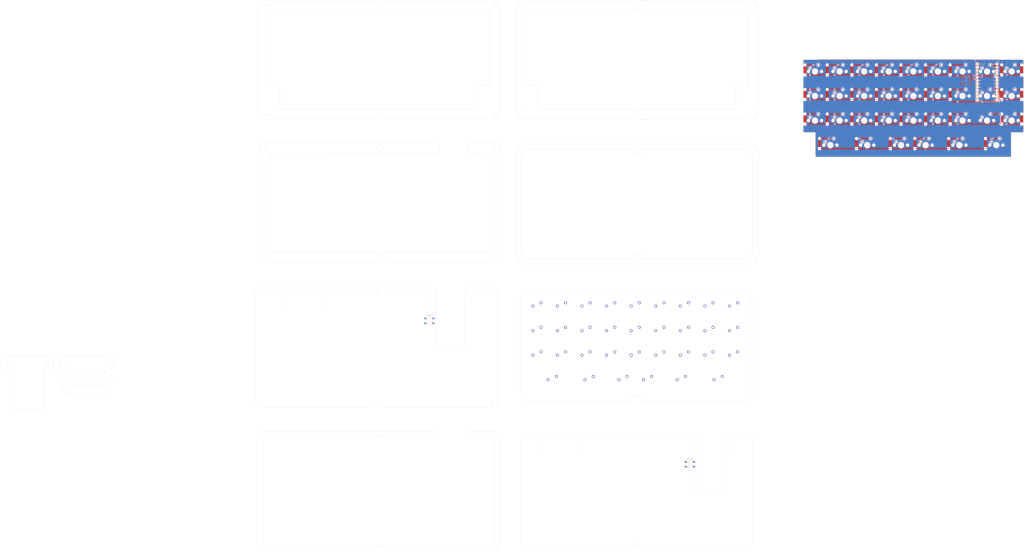
<source format=kicad_pcb>
(kicad_pcb (version 20171130) (host pcbnew "(5.1.9)-1")
  (layers (0 F.Cu signal hide) (31 B.Cu signal hide) (34 B.Paste user hide) (35 F.Paste user hide) (36 B.SilkS user hide) (37 F.SilkS user hide) (38 B.Mask user hide) (39 F.Mask user hide) (44 Edge.Cuts user))
  (net 0 "")
  (net 1 "Net-(D1-Pad2)")
  (net 2 r1)
  (net 3 "Net-(D2-Pad2)")
  (net 4 "Net-(D3-Pad2)")
  (net 5 "Net-(D4-Pad2)")
  (net 6 "Net-(D5-Pad2)")
  (net 7 "Net-(D6-Pad2)")
  (net 8 "Net-(D7-Pad2)")
  (net 9 "Net-(D8-Pad2)")
  (net 10 "Net-(D9-Pad2)")
  (net 11 "Net-(D10-Pad2)")
  (net 12 r2)
  (net 13 "Net-(D11-Pad2)")
  (net 14 "Net-(D12-Pad2)")
  (net 15 "Net-(D13-Pad2)")
  (net 16 "Net-(D14-Pad2)")
  (net 17 "Net-(D15-Pad2)")
  (net 18 "Net-(D16-Pad2)")
  (net 19 "Net-(D17-Pad2)")
  (net 20 "Net-(D18-Pad2)")
  (net 21 "Net-(D19-Pad2)")
  (net 22 r3)
  (net 23 "Net-(D20-Pad2)")
  (net 24 "Net-(D21-Pad2)")
  (net 25 "Net-(D22-Pad2)")
  (net 26 "Net-(D23-Pad2)")
  (net 27 "Net-(D24-Pad2)")
  (net 28 "Net-(D25-Pad2)")
  (net 29 "Net-(D26-Pad2)")
  (net 30 "Net-(D27-Pad2)")
  (net 31 "Net-(D28-Pad2)")
  (net 32 r4)
  (net 33 "Net-(D29-Pad2)")
  (net 34 "Net-(D30-Pad2)")
  (net 35 "Net-(D31-Pad2)")
  (net 36 "Net-(D32-Pad2)")
  (net 37 "Net-(D33-Pad2)")
  (net 38 c1)
  (net 39 c2)
  (net 40 c3)
  (net 41 c4)
  (net 42 c5)
  (net 43 c6)
  (net 44 c7)
  (net 45 c8)
  (net 46 c9)
  (net 47 "Net-(PM1-Pad24)")
  (net 48 "Net-(PM1-Pad12)")
  (net 49 GND)
  (net 50 RST)
  (net 51 "Net-(PM1-Pad21)")
  (net 52 "Net-(PM1-Pad19)")
  (net 53 "Net-(PM1-Pad18)")
  (net 54 "Net-(PM1-Pad17)")
  (net 55 "Net-(PM1-Pad11)")
  (module MX_Only:MXOnly-1U-NoLED (layer F.Cu) (at 57.150048 51.196918)
    (fp_text reference MX11)
    (fp_text value MX-NoLED)
    (pad 2 thru_hole circle (at 2.54 -5.08) (size 2.25 2.25) (drill 1.47) (layers *.Cu B.Mask) (net 13 "Net-(D11-Pad2)"))
    (pad "" np_thru_hole circle (at 0 0) (size 3.9878 3.9878) (drill 3.9878) (layers *.Cu *.Mask))
    (pad 1 thru_hole circle (at -3.81 -2.54) (size 2.25 2.25) (drill 1.47) (layers *.Cu B.Mask) (net 39 c2))
    (pad "" np_thru_hole circle (at -5.08 0 48.0996) (size 1.75 1.75) (drill 1.75) (layers *.Cu *.Mask))
    (pad "" np_thru_hole circle (at 5.08 0 48.0996) (size 1.75 1.75) (drill 1.75) (layers *.Cu *.Mask))
  )
  (module MX_Only:MXOnly-1U-NoLED (layer F.Cu) (at 57.150048 70.246934)
    (fp_text reference MX20)
    (fp_text value MX-NoLED)
    (pad 2 thru_hole circle (at 2.54 -5.08) (size 2.25 2.25) (drill 1.47) (layers *.Cu B.Mask) (net 23 "Net-(D20-Pad2)"))
    (pad "" np_thru_hole circle (at 0 0) (size 3.9878 3.9878) (drill 3.9878) (layers *.Cu *.Mask))
    (pad 1 thru_hole circle (at -3.81 -2.54) (size 2.25 2.25) (drill 1.47) (layers *.Cu B.Mask) (net 39 c2))
    (pad "" np_thru_hole circle (at -5.08 0 48.0996) (size 1.75 1.75) (drill 1.75) (layers *.Cu *.Mask))
    (pad "" np_thru_hole circle (at 5.08 0 48.0996) (size 1.75 1.75) (drill 1.75) (layers *.Cu *.Mask))
  )
  (module MX_Only:MXOnly-1U-NoLED (layer F.Cu) (at 95.25008 70.246934)
    (fp_text reference MX22)
    (fp_text value MX-NoLED)
    (pad 2 thru_hole circle (at 2.54 -5.08) (size 2.25 2.25) (drill 1.47) (layers *.Cu B.Mask) (net 25 "Net-(D22-Pad2)"))
    (pad "" np_thru_hole circle (at 0 0) (size 3.9878 3.9878) (drill 3.9878) (layers *.Cu *.Mask))
    (pad 1 thru_hole circle (at -3.81 -2.54) (size 2.25 2.25) (drill 1.47) (layers *.Cu B.Mask) (net 41 c4))
    (pad "" np_thru_hole circle (at -5.08 0 48.0996) (size 1.75 1.75) (drill 1.75) (layers *.Cu *.Mask))
    (pad "" np_thru_hole circle (at 5.08 0 48.0996) (size 1.75 1.75) (drill 1.75) (layers *.Cu *.Mask))
  )
  (module MX_Only:MXOnly-1U-NoLED (layer F.Cu) (at -119.657913 254.793964)
    (fp_text reference MX22)
    (fp_text value MX-NoLED)
    (pad "" np_thru_hole circle (at 5.08 0 48.0996) (size 1.75 1.75) (drill 1.75) (layers *.Cu *.Mask))
    (pad "" np_thru_hole circle (at -5.08 0 48.0996) (size 1.75 1.75) (drill 1.75) (layers *.Cu *.Mask))
    (pad 1 thru_hole circle (at -3.81 -2.54) (size 2.25 2.25) (drill 1.47) (layers *.Cu B.Mask))
    (pad "" np_thru_hole circle (at 0 0) (size 3.9878 3.9878) (drill 3.9878) (layers *.Cu *.Mask))
    (pad 2 thru_hole circle (at 2.54 -5.08) (size 2.25 2.25) (drill 1.47) (layers *.Cu B.Mask))
  )
  (module MX_Only:MXOnly-1U-NoLED (layer F.Cu) (at 114.300096 70.246934)
    (fp_text reference MX23)
    (fp_text value MX-NoLED)
    (pad 2 thru_hole circle (at 2.54 -5.08) (size 2.25 2.25) (drill 1.47) (layers *.Cu B.Mask) (net 26 "Net-(D23-Pad2)"))
    (pad "" np_thru_hole circle (at 0 0) (size 3.9878 3.9878) (drill 3.9878) (layers *.Cu *.Mask))
    (pad 1 thru_hole circle (at -3.81 -2.54) (size 2.25 2.25) (drill 1.47) (layers *.Cu B.Mask) (net 42 c5))
    (pad "" np_thru_hole circle (at -5.08 0 48.0996) (size 1.75 1.75) (drill 1.75) (layers *.Cu *.Mask))
    (pad "" np_thru_hole circle (at 5.08 0 48.0996) (size 1.75 1.75) (drill 1.75) (layers *.Cu *.Mask))
  )
  (module MX_Only:MXOnly-1U-NoLED (layer F.Cu) (at -110.132905 273.84398)
    (fp_text reference MX30)
    (fp_text value MX-NoLED)
    (pad "" np_thru_hole circle (at 5.08 0 48.0996) (size 1.75 1.75) (drill 1.75) (layers *.Cu *.Mask))
    (pad "" np_thru_hole circle (at -5.08 0 48.0996) (size 1.75 1.75) (drill 1.75) (layers *.Cu *.Mask))
    (pad 1 thru_hole circle (at -3.81 -2.54) (size 2.25 2.25) (drill 1.47) (layers *.Cu B.Mask))
    (pad "" np_thru_hole circle (at 0 0) (size 3.9878 3.9878) (drill 3.9878) (layers *.Cu *.Mask))
    (pad 2 thru_hole circle (at 2.54 -5.08) (size 2.25 2.25) (drill 1.47) (layers *.Cu B.Mask))
  )
  (module MX_Only:MXOnly-1U-NoLED (layer F.Cu) (at 76.200064 32.146902)
    (fp_text reference MX3)
    (fp_text value MX-NoLED)
    (pad 2 thru_hole circle (at 2.54 -5.08) (size 2.25 2.25) (drill 1.47) (layers *.Cu B.Mask) (net 4 "Net-(D3-Pad2)"))
    (pad "" np_thru_hole circle (at 0 0) (size 3.9878 3.9878) (drill 3.9878) (layers *.Cu *.Mask))
    (pad 1 thru_hole circle (at -3.81 -2.54) (size 2.25 2.25) (drill 1.47) (layers *.Cu B.Mask) (net 40 c3))
    (pad "" np_thru_hole circle (at -5.08 0 48.0996) (size 1.75 1.75) (drill 1.75) (layers *.Cu *.Mask))
    (pad "" np_thru_hole circle (at 5.08 0 48.0996) (size 1.75 1.75) (drill 1.75) (layers *.Cu *.Mask))
  )
  (module MX_Only:MXOnly-1U-NoLED (layer F.Cu) (at 123.825104 89.29695)
    (fp_text reference MX31)
    (fp_text value MX-NoLED)
    (pad 2 thru_hole circle (at 2.54 -5.08) (size 2.25 2.25) (drill 1.47) (layers *.Cu B.Mask) (net 35 "Net-(D31-Pad2)"))
    (pad "" np_thru_hole circle (at 0 0) (size 3.9878 3.9878) (drill 3.9878) (layers *.Cu *.Mask))
    (pad 1 thru_hole circle (at -3.81 -2.54) (size 2.25 2.25) (drill 1.47) (layers *.Cu B.Mask) (net 43 c6))
    (pad "" np_thru_hole circle (at -5.08 0 48.0996) (size 1.75 1.75) (drill 1.75) (layers *.Cu *.Mask))
    (pad "" np_thru_hole circle (at 5.08 0 48.0996) (size 1.75 1.75) (drill 1.75) (layers *.Cu *.Mask))
  )
  (module MX_Only:MXOnly-1U-NoLED (layer F.Cu) (at 171.450144 51.196918)
    (fp_text reference MX17)
    (fp_text value MX-NoLED)
    (pad 2 thru_hole circle (at 2.54 -5.08) (size 2.25 2.25) (drill 1.47) (layers *.Cu B.Mask) (net 19 "Net-(D17-Pad2)"))
    (pad "" np_thru_hole circle (at 0 0) (size 3.9878 3.9878) (drill 3.9878) (layers *.Cu *.Mask))
    (pad 1 thru_hole circle (at -3.81 -2.54) (size 2.25 2.25) (drill 1.47) (layers *.Cu B.Mask) (net 45 c8))
    (pad "" np_thru_hole circle (at -5.08 0 48.0996) (size 1.75 1.75) (drill 1.75) (layers *.Cu *.Mask))
    (pad "" np_thru_hole circle (at 5.08 0 48.0996) (size 1.75 1.75) (drill 1.75) (layers *.Cu *.Mask))
  )
  (module MX_Only:MXOnly-1U-NoLED (layer F.Cu) (at 76.200064 51.196918)
    (fp_text reference MX12)
    (fp_text value MX-NoLED)
    (pad 2 thru_hole circle (at 2.54 -5.08) (size 2.25 2.25) (drill 1.47) (layers *.Cu B.Mask) (net 14 "Net-(D12-Pad2)"))
    (pad "" np_thru_hole circle (at 0 0) (size 3.9878 3.9878) (drill 3.9878) (layers *.Cu *.Mask))
    (pad 1 thru_hole circle (at -3.81 -2.54) (size 2.25 2.25) (drill 1.47) (layers *.Cu B.Mask) (net 40 c3))
    (pad "" np_thru_hole circle (at -5.08 0 48.0996) (size 1.75 1.75) (drill 1.75) (layers *.Cu *.Mask))
    (pad "" np_thru_hole circle (at 5.08 0 48.0996) (size 1.75 1.75) (drill 1.75) (layers *.Cu *.Mask))
  )
  (module MX_Only:MXOnly-1.25U-NoLED (layer F.Cu) (at -36.314093 273.84398)
    (fp_text reference MX33)
    (fp_text value MX-NoLED)
    (pad "" np_thru_hole circle (at 5.08 0 48.0996) (size 1.75 1.75) (drill 1.75) (layers *.Cu *.Mask))
    (pad "" np_thru_hole circle (at -5.08 0 48.0996) (size 1.75 1.75) (drill 1.75) (layers *.Cu *.Mask))
    (pad 1 thru_hole circle (at -3.81 -2.54) (size 2.25 2.25) (drill 1.47) (layers *.Cu B.Mask))
    (pad "" np_thru_hole circle (at 0 0) (size 3.9878 3.9878) (drill 3.9878) (layers *.Cu *.Mask))
    (pad 2 thru_hole circle (at 2.54 -5.08) (size 2.25 2.25) (drill 1.47) (layers *.Cu B.Mask))
  )
  (module MX_Only:MXOnly-1U-NoLED (layer F.Cu) (at -176.807961 254.793964)
    (fp_text reference MX19)
    (fp_text value MX-NoLED)
    (pad "" np_thru_hole circle (at 5.08 0 48.0996) (size 1.75 1.75) (drill 1.75) (layers *.Cu *.Mask))
    (pad "" np_thru_hole circle (at -5.08 0 48.0996) (size 1.75 1.75) (drill 1.75) (layers *.Cu *.Mask))
    (pad 1 thru_hole circle (at -3.81 -2.54) (size 2.25 2.25) (drill 1.47) (layers *.Cu B.Mask))
    (pad "" np_thru_hole circle (at 0 0) (size 3.9878 3.9878) (drill 3.9878) (layers *.Cu *.Mask))
    (pad 2 thru_hole circle (at 2.54 -5.08) (size 2.25 2.25) (drill 1.47) (layers *.Cu B.Mask))
  )
  (module MX_Only:MXOnly-1U-NoLED (layer F.Cu) (at 38.100032 51.196918)
    (fp_text reference MX10)
    (fp_text value MX-NoLED)
    (pad 2 thru_hole circle (at 2.54 -5.08) (size 2.25 2.25) (drill 1.47) (layers *.Cu B.Mask) (net 11 "Net-(D10-Pad2)"))
    (pad "" np_thru_hole circle (at 0 0) (size 3.9878 3.9878) (drill 3.9878) (layers *.Cu *.Mask))
    (pad 1 thru_hole circle (at -3.81 -2.54) (size 2.25 2.25) (drill 1.47) (layers *.Cu B.Mask) (net 38 c1))
    (pad "" np_thru_hole circle (at -5.08 0 48.0996) (size 1.75 1.75) (drill 1.75) (layers *.Cu *.Mask))
    (pad "" np_thru_hole circle (at 5.08 0 48.0996) (size 1.75 1.75) (drill 1.75) (layers *.Cu *.Mask))
  )
  (module MX_Only:MXOnly-1U-NoLED (layer F.Cu) (at 171.450144 70.246934)
    (fp_text reference MX26)
    (fp_text value MX-NoLED)
    (pad 2 thru_hole circle (at 2.54 -5.08) (size 2.25 2.25) (drill 1.47) (layers *.Cu B.Mask) (net 29 "Net-(D26-Pad2)"))
    (pad "" np_thru_hole circle (at 0 0) (size 3.9878 3.9878) (drill 3.9878) (layers *.Cu *.Mask))
    (pad 1 thru_hole circle (at -3.81 -2.54) (size 2.25 2.25) (drill 1.47) (layers *.Cu B.Mask) (net 45 c8))
    (pad "" np_thru_hole circle (at -5.08 0 48.0996) (size 1.75 1.75) (drill 1.75) (layers *.Cu *.Mask))
    (pad "" np_thru_hole circle (at 5.08 0 48.0996) (size 1.75 1.75) (drill 1.75) (layers *.Cu *.Mask))
  )
  (module MX_Only:MXOnly-1U-NoLED (layer F.Cu) (at 38.100032 32.146902)
    (fp_text reference MX1)
    (fp_text value MX-NoLED)
    (pad 2 thru_hole circle (at 2.54 -5.08) (size 2.25 2.25) (drill 1.47) (layers *.Cu B.Mask) (net 1 "Net-(D1-Pad2)"))
    (pad "" np_thru_hole circle (at 0 0) (size 3.9878 3.9878) (drill 3.9878) (layers *.Cu *.Mask))
    (pad 1 thru_hole circle (at -3.81 -2.54) (size 2.25 2.25) (drill 1.47) (layers *.Cu B.Mask) (net 38 c1))
    (pad "" np_thru_hole circle (at -5.08 0 48.0996) (size 1.75 1.75) (drill 1.75) (layers *.Cu *.Mask))
    (pad "" np_thru_hole circle (at 5.08 0 48.0996) (size 1.75 1.75) (drill 1.75) (layers *.Cu *.Mask))
  )
  (module MX_Only:MXOnly-1U-NoLED (layer F.Cu) (at 152.400128 32.146902)
    (fp_text reference MX7)
    (fp_text value MX-NoLED)
    (pad 2 thru_hole circle (at 2.54 -5.08) (size 2.25 2.25) (drill 1.47) (layers *.Cu B.Mask) (net 8 "Net-(D7-Pad2)"))
    (pad "" np_thru_hole circle (at 0 0) (size 3.9878 3.9878) (drill 3.9878) (layers *.Cu *.Mask))
    (pad 1 thru_hole circle (at -3.81 -2.54) (size 2.25 2.25) (drill 1.47) (layers *.Cu B.Mask) (net 44 c7))
    (pad "" np_thru_hole circle (at -5.08 0 48.0996) (size 1.75 1.75) (drill 1.75) (layers *.Cu *.Mask))
    (pad "" np_thru_hole circle (at 5.08 0 48.0996) (size 1.75 1.75) (drill 1.75) (layers *.Cu *.Mask))
  )
  (module MX_Only:MXOnly-1U-NoLED (layer F.Cu) (at 152.400128 51.196918)
    (fp_text reference MX16)
    (fp_text value MX-NoLED)
    (pad 2 thru_hole circle (at 2.54 -5.08) (size 2.25 2.25) (drill 1.47) (layers *.Cu B.Mask) (net 18 "Net-(D16-Pad2)"))
    (pad "" np_thru_hole circle (at 0 0) (size 3.9878 3.9878) (drill 3.9878) (layers *.Cu *.Mask))
    (pad 1 thru_hole circle (at -3.81 -2.54) (size 2.25 2.25) (drill 1.47) (layers *.Cu B.Mask) (net 44 c7))
    (pad "" np_thru_hole circle (at -5.08 0 48.0996) (size 1.75 1.75) (drill 1.75) (layers *.Cu *.Mask))
    (pad "" np_thru_hole circle (at 5.08 0 48.0996) (size 1.75 1.75) (drill 1.75) (layers *.Cu *.Mask))
  )
  (module MX_Only:MXOnly-1U-NoLED (layer F.Cu) (at 152.400128 70.246934)
    (fp_text reference MX25)
    (fp_text value MX-NoLED)
    (pad 2 thru_hole circle (at 2.54 -5.08) (size 2.25 2.25) (drill 1.47) (layers *.Cu B.Mask) (net 28 "Net-(D25-Pad2)"))
    (pad "" np_thru_hole circle (at 0 0) (size 3.9878 3.9878) (drill 3.9878) (layers *.Cu *.Mask))
    (pad 1 thru_hole circle (at -3.81 -2.54) (size 2.25 2.25) (drill 1.47) (layers *.Cu B.Mask) (net 44 c7))
    (pad "" np_thru_hole circle (at -5.08 0 48.0996) (size 1.75 1.75) (drill 1.75) (layers *.Cu *.Mask))
    (pad "" np_thru_hole circle (at 5.08 0 48.0996) (size 1.75 1.75) (drill 1.75) (layers *.Cu *.Mask))
  )
  (module MX_Only:MXOnly-1U-NoLED (layer F.Cu) (at -157.757945 216.693932)
    (fp_text reference MX2)
    (fp_text value MX-NoLED)
    (pad "" np_thru_hole circle (at 5.08 0 48.0996) (size 1.75 1.75) (drill 1.75) (layers *.Cu *.Mask))
    (pad "" np_thru_hole circle (at -5.08 0 48.0996) (size 1.75 1.75) (drill 1.75) (layers *.Cu *.Mask))
    (pad 1 thru_hole circle (at -3.81 -2.54) (size 2.25 2.25) (drill 1.47) (layers *.Cu B.Mask))
    (pad "" np_thru_hole circle (at 0 0) (size 3.9878 3.9878) (drill 3.9878) (layers *.Cu *.Mask))
    (pad 2 thru_hole circle (at 2.54 -5.08) (size 2.25 2.25) (drill 1.47) (layers *.Cu B.Mask))
  )
  (module MX_Only:MXOnly-1U-NoLED (layer F.Cu) (at -91.082889 273.84398)
    (fp_text reference MX31)
    (fp_text value MX-NoLED)
    (pad "" np_thru_hole circle (at 5.08 0 48.0996) (size 1.75 1.75) (drill 1.75) (layers *.Cu *.Mask))
    (pad "" np_thru_hole circle (at -5.08 0 48.0996) (size 1.75 1.75) (drill 1.75) (layers *.Cu *.Mask))
    (pad 1 thru_hole circle (at -3.81 -2.54) (size 2.25 2.25) (drill 1.47) (layers *.Cu B.Mask))
    (pad "" np_thru_hole circle (at 0 0) (size 3.9878 3.9878) (drill 3.9878) (layers *.Cu *.Mask))
    (pad 2 thru_hole circle (at 2.54 -5.08) (size 2.25 2.25) (drill 1.47) (layers *.Cu B.Mask))
  )
  (module MX_Only:MXOnly-1U-NoLED (layer F.Cu) (at -100.607897 235.743948)
    (fp_text reference MX14)
    (fp_text value MX-NoLED)
    (pad "" np_thru_hole circle (at 5.08 0 48.0996) (size 1.75 1.75) (drill 1.75) (layers *.Cu *.Mask))
    (pad "" np_thru_hole circle (at -5.08 0 48.0996) (size 1.75 1.75) (drill 1.75) (layers *.Cu *.Mask))
    (pad 1 thru_hole circle (at -3.81 -2.54) (size 2.25 2.25) (drill 1.47) (layers *.Cu B.Mask))
    (pad "" np_thru_hole circle (at 0 0) (size 3.9878 3.9878) (drill 3.9878) (layers *.Cu *.Mask))
    (pad 2 thru_hole circle (at 2.54 -5.08) (size 2.25 2.25) (drill 1.47) (layers *.Cu B.Mask))
  )
  (module random-keyboard-parts:SKQG-1155865 (layer B.Cu) (at 155.376693 39.885971)
    (fp_text reference RESET1 (at 0 -4.064 180) (layer B.SilkS) (effects (justify mirror)))
    (fp_text value reset)
    (pad 2 smd rect (at -3.1 -1.85) (size 1.8 1.1) (layers B.Cu B.Paste B.Mask) (net 49 GND))
    (pad 2 smd rect (at 3.1 1.85) (size 1.8 1.1) (layers B.Cu B.Paste B.Mask) (net 49 GND))
    (pad 2 smd rect (at -3.1 1.85) (size 1.8 1.1) (layers B.Cu B.Paste B.Mask) (net 49 GND))
    (pad 1 smd rect (at 3.1 -1.85) (size 1.8 1.1) (layers B.Cu B.Paste B.Mask) (net 50 RST))
  )
  (module MX_Only:MXOnly-1U-NoLED (layer F.Cu) (at 95.25008 51.196918)
    (fp_text reference MX13)
    (fp_text value MX-NoLED)
    (pad 2 thru_hole circle (at 2.54 -5.08) (size 2.25 2.25) (drill 1.47) (layers *.Cu B.Mask) (net 15 "Net-(D13-Pad2)"))
    (pad "" np_thru_hole circle (at 0 0) (size 3.9878 3.9878) (drill 3.9878) (layers *.Cu *.Mask))
    (pad 1 thru_hole circle (at -3.81 -2.54) (size 2.25 2.25) (drill 1.47) (layers *.Cu B.Mask) (net 41 c4))
    (pad "" np_thru_hole circle (at -5.08 0 48.0996) (size 1.75 1.75) (drill 1.75) (layers *.Cu *.Mask))
    (pad "" np_thru_hole circle (at 5.08 0 48.0996) (size 1.75 1.75) (drill 1.75) (layers *.Cu *.Mask))
  )
  (module MX_Only:MXOnly-1U-NoLED (layer F.Cu) (at -157.757945 235.743948)
    (fp_text reference MX11)
    (fp_text value MX-NoLED)
    (pad "" np_thru_hole circle (at 5.08 0 48.0996) (size 1.75 1.75) (drill 1.75) (layers *.Cu *.Mask))
    (pad "" np_thru_hole circle (at -5.08 0 48.0996) (size 1.75 1.75) (drill 1.75) (layers *.Cu *.Mask))
    (pad 1 thru_hole circle (at -3.81 -2.54) (size 2.25 2.25) (drill 1.47) (layers *.Cu B.Mask))
    (pad "" np_thru_hole circle (at 0 0) (size 3.9878 3.9878) (drill 3.9878) (layers *.Cu *.Mask))
    (pad 2 thru_hole circle (at 2.54 -5.08) (size 2.25 2.25) (drill 1.47) (layers *.Cu B.Mask))
  )
  (module MX_Only:MXOnly-1U-NoLED (layer F.Cu) (at -81.557881 254.793964)
    (fp_text reference MX24)
    (fp_text value MX-NoLED)
    (pad "" np_thru_hole circle (at 5.08 0 48.0996) (size 1.75 1.75) (drill 1.75) (layers *.Cu *.Mask))
    (pad "" np_thru_hole circle (at -5.08 0 48.0996) (size 1.75 1.75) (drill 1.75) (layers *.Cu *.Mask))
    (pad 1 thru_hole circle (at -3.81 -2.54) (size 2.25 2.25) (drill 1.47) (layers *.Cu B.Mask))
    (pad "" np_thru_hole circle (at 0 0) (size 3.9878 3.9878) (drill 3.9878) (layers *.Cu *.Mask))
    (pad 2 thru_hole circle (at 2.54 -5.08) (size 2.25 2.25) (drill 1.47) (layers *.Cu B.Mask))
  )
  (module MX_Only:MXOnly-1U-NoLED (layer F.Cu) (at -176.807961 235.743948)
    (fp_text reference MX10)
    (fp_text value MX-NoLED)
    (pad "" np_thru_hole circle (at 5.08 0 48.0996) (size 1.75 1.75) (drill 1.75) (layers *.Cu *.Mask))
    (pad "" np_thru_hole circle (at -5.08 0 48.0996) (size 1.75 1.75) (drill 1.75) (layers *.Cu *.Mask))
    (pad 1 thru_hole circle (at -3.81 -2.54) (size 2.25 2.25) (drill 1.47) (layers *.Cu B.Mask))
    (pad "" np_thru_hole circle (at 0 0) (size 3.9878 3.9878) (drill 3.9878) (layers *.Cu *.Mask))
    (pad 2 thru_hole circle (at 2.54 -5.08) (size 2.25 2.25) (drill 1.47) (layers *.Cu B.Mask))
  )
  (module random-keyboard-parts:SKQG-1155865 (layer B.Cu) (at -260.747094 225.623627)
    (fp_text reference RESET1 (at 0 -4.064 180) (layer B.SilkS) (effects (justify mirror)))
    (fp_text value reset)
    (pad 2 smd rect (at -3.1 -1.85) (size 1.8 1.1) (layers B.Cu B.Paste B.Mask))
    (pad 2 smd rect (at 3.1 1.85) (size 1.8 1.1) (layers B.Cu B.Paste B.Mask))
    (pad 2 smd rect (at -3.1 1.85) (size 1.8 1.1) (layers B.Cu B.Paste B.Mask))
    (pad 1 smd rect (at 3.1 -1.85) (size 1.8 1.1) (layers B.Cu B.Paste B.Mask))
  )
  (module MX_Only:MXOnly-1U-NoLED (layer F.Cu) (at 114.300096 32.146902)
    (fp_text reference MX5)
    (fp_text value MX-NoLED)
    (pad 2 thru_hole circle (at 2.54 -5.08) (size 2.25 2.25) (drill 1.47) (layers *.Cu B.Mask) (net 6 "Net-(D5-Pad2)"))
    (pad "" np_thru_hole circle (at 0 0) (size 3.9878 3.9878) (drill 3.9878) (layers *.Cu *.Mask))
    (pad 1 thru_hole circle (at -3.81 -2.54) (size 2.25 2.25) (drill 1.47) (layers *.Cu B.Mask) (net 42 c5))
    (pad "" np_thru_hole circle (at -5.08 0 48.0996) (size 1.75 1.75) (drill 1.75) (layers *.Cu *.Mask))
    (pad "" np_thru_hole circle (at 5.08 0 48.0996) (size 1.75 1.75) (drill 1.75) (layers *.Cu *.Mask))
  )
  (module MX_Only:MXOnly-1U-NoLED (layer F.Cu) (at 133.350112 32.146902)
    (fp_text reference MX6)
    (fp_text value MX-NoLED)
    (pad 2 thru_hole circle (at 2.54 -5.08) (size 2.25 2.25) (drill 1.47) (layers *.Cu B.Mask) (net 7 "Net-(D6-Pad2)"))
    (pad "" np_thru_hole circle (at 0 0) (size 3.9878 3.9878) (drill 3.9878) (layers *.Cu *.Mask))
    (pad 1 thru_hole circle (at -3.81 -2.54) (size 2.25 2.25) (drill 1.47) (layers *.Cu B.Mask) (net 43 c6))
    (pad "" np_thru_hole circle (at -5.08 0 48.0996) (size 1.75 1.75) (drill 1.75) (layers *.Cu *.Mask))
    (pad "" np_thru_hole circle (at 5.08 0 48.0996) (size 1.75 1.75) (drill 1.75) (layers *.Cu *.Mask))
  )
  (module MX_Only:MXOnly-1U-NoLED (layer F.Cu) (at 104.775088 89.29695)
    (fp_text reference MX30)
    (fp_text value MX-NoLED)
    (pad 2 thru_hole circle (at 2.54 -5.08) (size 2.25 2.25) (drill 1.47) (layers *.Cu B.Mask) (net 34 "Net-(D30-Pad2)"))
    (pad "" np_thru_hole circle (at 0 0) (size 3.9878 3.9878) (drill 3.9878) (layers *.Cu *.Mask))
    (pad 1 thru_hole circle (at -3.81 -2.54) (size 2.25 2.25) (drill 1.47) (layers *.Cu B.Mask) (net 41 c4))
    (pad "" np_thru_hole circle (at -5.08 0 48.0996) (size 1.75 1.75) (drill 1.75) (layers *.Cu *.Mask))
    (pad "" np_thru_hole circle (at 5.08 0 48.0996) (size 1.75 1.75) (drill 1.75) (layers *.Cu *.Mask))
  )
  (module MX_Only:MXOnly-1.75U-NoLED (layer F.Cu) (at -64.889117 273.84398)
    (fp_text reference MX32)
    (fp_text value MX-NoLED)
    (pad "" np_thru_hole circle (at 5.08 0 48.0996) (size 1.75 1.75) (drill 1.75) (layers *.Cu *.Mask))
    (pad "" np_thru_hole circle (at -5.08 0 48.0996) (size 1.75 1.75) (drill 1.75) (layers *.Cu *.Mask))
    (pad 1 thru_hole circle (at -3.81 -2.54) (size 2.25 2.25) (drill 1.47) (layers *.Cu B.Mask))
    (pad "" np_thru_hole circle (at 0 0) (size 3.9878 3.9878) (drill 3.9878) (layers *.Cu *.Mask))
    (pad 2 thru_hole circle (at 2.54 -5.08) (size 2.25 2.25) (drill 1.47) (layers *.Cu B.Mask))
  )
  (module MX_Only:MXOnly-1.75U-NoLED (layer F.Cu) (at 150.018876 89.29695)
    (fp_text reference MX32)
    (fp_text value MX-NoLED)
    (pad 2 thru_hole circle (at 2.54 -5.08) (size 2.25 2.25) (drill 1.47) (layers *.Cu B.Mask) (net 36 "Net-(D32-Pad2)"))
    (pad "" np_thru_hole circle (at 0 0) (size 3.9878 3.9878) (drill 3.9878) (layers *.Cu *.Mask))
    (pad 1 thru_hole circle (at -3.81 -2.54) (size 2.25 2.25) (drill 1.47) (layers *.Cu B.Mask) (net 44 c7))
    (pad "" np_thru_hole circle (at -5.08 0 48.0996) (size 1.75 1.75) (drill 1.75) (layers *.Cu *.Mask))
    (pad "" np_thru_hole circle (at 5.08 0 48.0996) (size 1.75 1.75) (drill 1.75) (layers *.Cu *.Mask))
  )
  (module MX_Only:MXOnly-1U-NoLED (layer F.Cu) (at -24.407833 235.743948)
    (fp_text reference MX18)
    (fp_text value MX-NoLED)
    (pad "" np_thru_hole circle (at 5.08 0 48.0996) (size 1.75 1.75) (drill 1.75) (layers *.Cu *.Mask))
    (pad "" np_thru_hole circle (at -5.08 0 48.0996) (size 1.75 1.75) (drill 1.75) (layers *.Cu *.Mask))
    (pad 1 thru_hole circle (at -3.81 -2.54) (size 2.25 2.25) (drill 1.47) (layers *.Cu B.Mask))
    (pad "" np_thru_hole circle (at 0 0) (size 3.9878 3.9878) (drill 3.9878) (layers *.Cu *.Mask))
    (pad 2 thru_hole circle (at 2.54 -5.08) (size 2.25 2.25) (drill 1.47) (layers *.Cu B.Mask))
  )
  (module MX_Only:MXOnly-1U-NoLED (layer F.Cu) (at -24.407833 254.793964)
    (fp_text reference MX27)
    (fp_text value MX-NoLED)
    (pad "" np_thru_hole circle (at 5.08 0 48.0996) (size 1.75 1.75) (drill 1.75) (layers *.Cu *.Mask))
    (pad "" np_thru_hole circle (at -5.08 0 48.0996) (size 1.75 1.75) (drill 1.75) (layers *.Cu *.Mask))
    (pad 1 thru_hole circle (at -3.81 -2.54) (size 2.25 2.25) (drill 1.47) (layers *.Cu B.Mask))
    (pad "" np_thru_hole circle (at 0 0) (size 3.9878 3.9878) (drill 3.9878) (layers *.Cu *.Mask))
    (pad 2 thru_hole circle (at 2.54 -5.08) (size 2.25 2.25) (drill 1.47) (layers *.Cu B.Mask))
  )
  (module MX_Only:MXOnly-1U-NoLED (layer F.Cu) (at 38.100032 70.246934)
    (fp_text reference MX19)
    (fp_text value MX-NoLED)
    (pad 2 thru_hole circle (at 2.54 -5.08) (size 2.25 2.25) (drill 1.47) (layers *.Cu B.Mask) (net 21 "Net-(D19-Pad2)"))
    (pad "" np_thru_hole circle (at 0 0) (size 3.9878 3.9878) (drill 3.9878) (layers *.Cu *.Mask))
    (pad 1 thru_hole circle (at -3.81 -2.54) (size 2.25 2.25) (drill 1.47) (layers *.Cu B.Mask) (net 38 c1))
    (pad "" np_thru_hole circle (at -5.08 0 48.0996) (size 1.75 1.75) (drill 1.75) (layers *.Cu *.Mask))
    (pad "" np_thru_hole circle (at 5.08 0 48.0996) (size 1.75 1.75) (drill 1.75) (layers *.Cu *.Mask))
  )
  (module MX_Only:MXOnly-1U-NoLED (layer F.Cu) (at -138.707929 254.793964)
    (fp_text reference MX21)
    (fp_text value MX-NoLED)
    (pad "" np_thru_hole circle (at 5.08 0 48.0996) (size 1.75 1.75) (drill 1.75) (layers *.Cu *.Mask))
    (pad "" np_thru_hole circle (at -5.08 0 48.0996) (size 1.75 1.75) (drill 1.75) (layers *.Cu *.Mask))
    (pad 1 thru_hole circle (at -3.81 -2.54) (size 2.25 2.25) (drill 1.47) (layers *.Cu B.Mask))
    (pad "" np_thru_hole circle (at 0 0) (size 3.9878 3.9878) (drill 3.9878) (layers *.Cu *.Mask))
    (pad 2 thru_hole circle (at 2.54 -5.08) (size 2.25 2.25) (drill 1.47) (layers *.Cu B.Mask))
  )
  (module MX_Only:MXOnly-1U-NoLED (layer F.Cu) (at -157.757945 254.793964)
    (fp_text reference MX20)
    (fp_text value MX-NoLED)
    (pad "" np_thru_hole circle (at 5.08 0 48.0996) (size 1.75 1.75) (drill 1.75) (layers *.Cu *.Mask))
    (pad "" np_thru_hole circle (at -5.08 0 48.0996) (size 1.75 1.75) (drill 1.75) (layers *.Cu *.Mask))
    (pad 1 thru_hole circle (at -3.81 -2.54) (size 2.25 2.25) (drill 1.47) (layers *.Cu B.Mask))
    (pad "" np_thru_hole circle (at 0 0) (size 3.9878 3.9878) (drill 3.9878) (layers *.Cu *.Mask))
    (pad 2 thru_hole circle (at 2.54 -5.08) (size 2.25 2.25) (drill 1.47) (layers *.Cu B.Mask))
  )
  (module MX_Only:MXOnly-1U-NoLED (layer F.Cu) (at -43.457849 254.793964)
    (fp_text reference MX26)
    (fp_text value MX-NoLED)
    (pad "" np_thru_hole circle (at 5.08 0 48.0996) (size 1.75 1.75) (drill 1.75) (layers *.Cu *.Mask))
    (pad "" np_thru_hole circle (at -5.08 0 48.0996) (size 1.75 1.75) (drill 1.75) (layers *.Cu *.Mask))
    (pad 1 thru_hole circle (at -3.81 -2.54) (size 2.25 2.25) (drill 1.47) (layers *.Cu B.Mask))
    (pad "" np_thru_hole circle (at 0 0) (size 3.9878 3.9878) (drill 3.9878) (layers *.Cu *.Mask))
    (pad 2 thru_hole circle (at 2.54 -5.08) (size 2.25 2.25) (drill 1.47) (layers *.Cu B.Mask))
  )
  (module MX_Only:MXOnly-1.75U-NoLED (layer F.Cu) (at 78.581316 89.29695)
    (fp_text reference MX29)
    (fp_text value MX-NoLED)
    (pad 2 thru_hole circle (at 2.54 -5.08) (size 2.25 2.25) (drill 1.47) (layers *.Cu B.Mask) (net 33 "Net-(D29-Pad2)"))
    (pad "" np_thru_hole circle (at 0 0) (size 3.9878 3.9878) (drill 3.9878) (layers *.Cu *.Mask))
    (pad 1 thru_hole circle (at -3.81 -2.54) (size 2.25 2.25) (drill 1.47) (layers *.Cu B.Mask) (net 40 c3))
    (pad "" np_thru_hole circle (at -5.08 0 48.0996) (size 1.75 1.75) (drill 1.75) (layers *.Cu *.Mask))
    (pad "" np_thru_hole circle (at 5.08 0 48.0996) (size 1.75 1.75) (drill 1.75) (layers *.Cu *.Mask))
  )
  (module MX_Only:MXOnly-1U-NoLED (layer F.Cu) (at 133.350112 70.246934)
    (fp_text reference MX24)
    (fp_text value MX-NoLED)
    (pad 2 thru_hole circle (at 2.54 -5.08) (size 2.25 2.25) (drill 1.47) (layers *.Cu B.Mask) (net 27 "Net-(D24-Pad2)"))
    (pad "" np_thru_hole circle (at 0 0) (size 3.9878 3.9878) (drill 3.9878) (layers *.Cu *.Mask))
    (pad 1 thru_hole circle (at -3.81 -2.54) (size 2.25 2.25) (drill 1.47) (layers *.Cu B.Mask) (net 43 c6))
    (pad "" np_thru_hole circle (at -5.08 0 48.0996) (size 1.75 1.75) (drill 1.75) (layers *.Cu *.Mask))
    (pad "" np_thru_hole circle (at 5.08 0 48.0996) (size 1.75 1.75) (drill 1.75) (layers *.Cu *.Mask))
  )
  (module MX_Only:MXOnly-1U-NoLED (layer F.Cu) (at -119.657913 216.693932)
    (fp_text reference MX4)
    (fp_text value MX-NoLED)
    (pad "" np_thru_hole circle (at 5.08 0 48.0996) (size 1.75 1.75) (drill 1.75) (layers *.Cu *.Mask))
    (pad "" np_thru_hole circle (at -5.08 0 48.0996) (size 1.75 1.75) (drill 1.75) (layers *.Cu *.Mask))
    (pad 1 thru_hole circle (at -3.81 -2.54) (size 2.25 2.25) (drill 1.47) (layers *.Cu B.Mask))
    (pad "" np_thru_hole circle (at 0 0) (size 3.9878 3.9878) (drill 3.9878) (layers *.Cu *.Mask))
    (pad 2 thru_hole circle (at 2.54 -5.08) (size 2.25 2.25) (drill 1.47) (layers *.Cu B.Mask))
  )
  (module MX_Only:MXOnly-1U-NoLED (layer F.Cu) (at -81.557881 216.693932)
    (fp_text reference MX6)
    (fp_text value MX-NoLED)
    (pad "" np_thru_hole circle (at 5.08 0 48.0996) (size 1.75 1.75) (drill 1.75) (layers *.Cu *.Mask))
    (pad "" np_thru_hole circle (at -5.08 0 48.0996) (size 1.75 1.75) (drill 1.75) (layers *.Cu *.Mask))
    (pad 1 thru_hole circle (at -3.81 -2.54) (size 2.25 2.25) (drill 1.47) (layers *.Cu B.Mask))
    (pad "" np_thru_hole circle (at 0 0) (size 3.9878 3.9878) (drill 3.9878) (layers *.Cu *.Mask))
    (pad 2 thru_hole circle (at 2.54 -5.08) (size 2.25 2.25) (drill 1.47) (layers *.Cu B.Mask))
  )
  (module MX_Only:MXOnly-1U-NoLED (layer F.Cu) (at 171.450144 32.146902)
    (fp_text reference MX8)
    (fp_text value MX-NoLED)
    (pad 2 thru_hole circle (at 2.54 -5.08) (size 2.25 2.25) (drill 1.47) (layers *.Cu B.Mask) (net 9 "Net-(D8-Pad2)"))
    (pad "" np_thru_hole circle (at 0 0) (size 3.9878 3.9878) (drill 3.9878) (layers *.Cu *.Mask))
    (pad 1 thru_hole circle (at -3.81 -2.54) (size 2.25 2.25) (drill 1.47) (layers *.Cu B.Mask) (net 45 c8))
    (pad "" np_thru_hole circle (at -5.08 0 48.0996) (size 1.75 1.75) (drill 1.75) (layers *.Cu *.Mask))
    (pad "" np_thru_hole circle (at 5.08 0 48.0996) (size 1.75 1.75) (drill 1.75) (layers *.Cu *.Mask))
  )
  (module MX_Only:MXOnly-1U-NoLED (layer F.Cu) (at -62.507865 216.693932)
    (fp_text reference MX7)
    (fp_text value MX-NoLED)
    (pad "" np_thru_hole circle (at 5.08 0 48.0996) (size 1.75 1.75) (drill 1.75) (layers *.Cu *.Mask))
    (pad "" np_thru_hole circle (at -5.08 0 48.0996) (size 1.75 1.75) (drill 1.75) (layers *.Cu *.Mask))
    (pad 1 thru_hole circle (at -3.81 -2.54) (size 2.25 2.25) (drill 1.47) (layers *.Cu B.Mask))
    (pad "" np_thru_hole circle (at 0 0) (size 3.9878 3.9878) (drill 3.9878) (layers *.Cu *.Mask))
    (pad 2 thru_hole circle (at 2.54 -5.08) (size 2.25 2.25) (drill 1.47) (layers *.Cu B.Mask))
  )
  (module MX_Only:MXOnly-1.75U-NoLED (layer F.Cu) (at -136.326677 273.84398)
    (fp_text reference MX29)
    (fp_text value MX-NoLED)
    (pad "" np_thru_hole circle (at 5.08 0 48.0996) (size 1.75 1.75) (drill 1.75) (layers *.Cu *.Mask))
    (pad "" np_thru_hole circle (at -5.08 0 48.0996) (size 1.75 1.75) (drill 1.75) (layers *.Cu *.Mask))
    (pad 1 thru_hole circle (at -3.81 -2.54) (size 2.25 2.25) (drill 1.47) (layers *.Cu B.Mask))
    (pad "" np_thru_hole circle (at 0 0) (size 3.9878 3.9878) (drill 3.9878) (layers *.Cu *.Mask))
    (pad 2 thru_hole circle (at 2.54 -5.08) (size 2.25 2.25) (drill 1.47) (layers *.Cu B.Mask))
  )
  (module MX_Only:MXOnly-1U-NoLED (layer F.Cu) (at -24.407833 216.693932)
    (fp_text reference MX9)
    (fp_text value MX-NoLED)
    (pad "" np_thru_hole circle (at 5.08 0 48.0996) (size 1.75 1.75) (drill 1.75) (layers *.Cu *.Mask))
    (pad "" np_thru_hole circle (at -5.08 0 48.0996) (size 1.75 1.75) (drill 1.75) (layers *.Cu *.Mask))
    (pad 1 thru_hole circle (at -3.81 -2.54) (size 2.25 2.25) (drill 1.47) (layers *.Cu B.Mask))
    (pad "" np_thru_hole circle (at 0 0) (size 3.9878 3.9878) (drill 3.9878) (layers *.Cu *.Mask))
    (pad 2 thru_hole circle (at 2.54 -5.08) (size 2.25 2.25) (drill 1.47) (layers *.Cu B.Mask))
  )
  (module MX_Only:MXOnly-1U-NoLED (layer F.Cu) (at -176.807961 216.693932)
    (fp_text reference MX1)
    (fp_text value MX-NoLED)
    (pad "" np_thru_hole circle (at 5.08 0 48.0996) (size 1.75 1.75) (drill 1.75) (layers *.Cu *.Mask))
    (pad "" np_thru_hole circle (at -5.08 0 48.0996) (size 1.75 1.75) (drill 1.75) (layers *.Cu *.Mask))
    (pad 1 thru_hole circle (at -3.81 -2.54) (size 2.25 2.25) (drill 1.47) (layers *.Cu B.Mask))
    (pad "" np_thru_hole circle (at 0 0) (size 3.9878 3.9878) (drill 3.9878) (layers *.Cu *.Mask))
    (pad 2 thru_hole circle (at 2.54 -5.08) (size 2.25 2.25) (drill 1.47) (layers *.Cu B.Mask))
  )
  (module MX_Only:MXOnly-1U-NoLED (layer F.Cu) (at -62.507865 235.743948)
    (fp_text reference MX16)
    (fp_text value MX-NoLED)
    (pad "" np_thru_hole circle (at 5.08 0 48.0996) (size 1.75 1.75) (drill 1.75) (layers *.Cu *.Mask))
    (pad "" np_thru_hole circle (at -5.08 0 48.0996) (size 1.75 1.75) (drill 1.75) (layers *.Cu *.Mask))
    (pad 1 thru_hole circle (at -3.81 -2.54) (size 2.25 2.25) (drill 1.47) (layers *.Cu B.Mask))
    (pad "" np_thru_hole circle (at 0 0) (size 3.9878 3.9878) (drill 3.9878) (layers *.Cu *.Mask))
    (pad 2 thru_hole circle (at 2.54 -5.08) (size 2.25 2.25) (drill 1.47) (layers *.Cu B.Mask))
  )
  (module MX_Only:MXOnly-1U-NoLED (layer F.Cu) (at -43.457849 216.693932)
    (fp_text reference MX8)
    (fp_text value MX-NoLED)
    (pad "" np_thru_hole circle (at 5.08 0 48.0996) (size 1.75 1.75) (drill 1.75) (layers *.Cu *.Mask))
    (pad "" np_thru_hole circle (at -5.08 0 48.0996) (size 1.75 1.75) (drill 1.75) (layers *.Cu *.Mask))
    (pad 1 thru_hole circle (at -3.81 -2.54) (size 2.25 2.25) (drill 1.47) (layers *.Cu B.Mask))
    (pad "" np_thru_hole circle (at 0 0) (size 3.9878 3.9878) (drill 3.9878) (layers *.Cu *.Mask))
    (pad 2 thru_hole circle (at 2.54 -5.08) (size 2.25 2.25) (drill 1.47) (layers *.Cu B.Mask))
  )
  (module MX_Only:MXOnly-1.25U-NoLED (layer F.Cu) (at 50.006292 89.29695)
    (fp_text reference MX28)
    (fp_text value MX-NoLED)
    (pad 2 thru_hole circle (at 2.54 -5.08) (size 2.25 2.25) (drill 1.47) (layers *.Cu B.Mask) (net 31 "Net-(D28-Pad2)"))
    (pad "" np_thru_hole circle (at 0 0) (size 3.9878 3.9878) (drill 3.9878) (layers *.Cu *.Mask))
    (pad 1 thru_hole circle (at -3.81 -2.54) (size 2.25 2.25) (drill 1.47) (layers *.Cu B.Mask) (net 39 c2))
    (pad "" np_thru_hole circle (at -5.08 0 48.0996) (size 1.75 1.75) (drill 1.75) (layers *.Cu *.Mask))
    (pad "" np_thru_hole circle (at 5.08 0 48.0996) (size 1.75 1.75) (drill 1.75) (layers *.Cu *.Mask))
  )
  (module MX_Only:MXOnly-1U-NoLED (layer F.Cu) (at 133.350112 51.196918)
    (fp_text reference MX15)
    (fp_text value MX-NoLED)
    (pad 2 thru_hole circle (at 2.54 -5.08) (size 2.25 2.25) (drill 1.47) (layers *.Cu B.Mask) (net 17 "Net-(D15-Pad2)"))
    (pad "" np_thru_hole circle (at 0 0) (size 3.9878 3.9878) (drill 3.9878) (layers *.Cu *.Mask))
    (pad 1 thru_hole circle (at -3.81 -2.54) (size 2.25 2.25) (drill 1.47) (layers *.Cu B.Mask) (net 43 c6))
    (pad "" np_thru_hole circle (at -5.08 0 48.0996) (size 1.75 1.75) (drill 1.75) (layers *.Cu *.Mask))
    (pad "" np_thru_hole circle (at 5.08 0 48.0996) (size 1.75 1.75) (drill 1.75) (layers *.Cu *.Mask))
  )
  (module MX_Only:MXOnly-1U-NoLED (layer F.Cu) (at 57.150048 32.146902)
    (fp_text reference MX2)
    (fp_text value MX-NoLED)
    (pad 2 thru_hole circle (at 2.54 -5.08) (size 2.25 2.25) (drill 1.47) (layers *.Cu B.Mask) (net 3 "Net-(D2-Pad2)"))
    (pad "" np_thru_hole circle (at 0 0) (size 3.9878 3.9878) (drill 3.9878) (layers *.Cu *.Mask))
    (pad 1 thru_hole circle (at -3.81 -2.54) (size 2.25 2.25) (drill 1.47) (layers *.Cu B.Mask) (net 39 c2))
    (pad "" np_thru_hole circle (at -5.08 0 48.0996) (size 1.75 1.75) (drill 1.75) (layers *.Cu *.Mask))
    (pad "" np_thru_hole circle (at 5.08 0 48.0996) (size 1.75 1.75) (drill 1.75) (layers *.Cu *.Mask))
  )
  (module MX_Only:MXOnly-1U-NoLED (layer F.Cu) (at -81.557881 235.743948)
    (fp_text reference MX15)
    (fp_text value MX-NoLED)
    (pad "" np_thru_hole circle (at 5.08 0 48.0996) (size 1.75 1.75) (drill 1.75) (layers *.Cu *.Mask))
    (pad "" np_thru_hole circle (at -5.08 0 48.0996) (size 1.75 1.75) (drill 1.75) (layers *.Cu *.Mask))
    (pad 1 thru_hole circle (at -3.81 -2.54) (size 2.25 2.25) (drill 1.47) (layers *.Cu B.Mask))
    (pad "" np_thru_hole circle (at 0 0) (size 3.9878 3.9878) (drill 3.9878) (layers *.Cu *.Mask))
    (pad 2 thru_hole circle (at 2.54 -5.08) (size 2.25 2.25) (drill 1.47) (layers *.Cu B.Mask))
  )
  (module MX_Only:MXOnly-1.25U-NoLED (layer F.Cu) (at -164.901701 273.84398)
    (fp_text reference MX28)
    (fp_text value MX-NoLED)
    (pad "" np_thru_hole circle (at 5.08 0 48.0996) (size 1.75 1.75) (drill 1.75) (layers *.Cu *.Mask))
    (pad "" np_thru_hole circle (at -5.08 0 48.0996) (size 1.75 1.75) (drill 1.75) (layers *.Cu *.Mask))
    (pad 1 thru_hole circle (at -3.81 -2.54) (size 2.25 2.25) (drill 1.47) (layers *.Cu B.Mask))
    (pad "" np_thru_hole circle (at 0 0) (size 3.9878 3.9878) (drill 3.9878) (layers *.Cu *.Mask))
    (pad 2 thru_hole circle (at 2.54 -5.08) (size 2.25 2.25) (drill 1.47) (layers *.Cu B.Mask))
  )
  (module MX_Only:MXOnly-1U-NoLED (layer F.Cu) (at -100.607897 216.693932)
    (fp_text reference MX5)
    (fp_text value MX-NoLED)
    (pad "" np_thru_hole circle (at 5.08 0 48.0996) (size 1.75 1.75) (drill 1.75) (layers *.Cu *.Mask))
    (pad "" np_thru_hole circle (at -5.08 0 48.0996) (size 1.75 1.75) (drill 1.75) (layers *.Cu *.Mask))
    (pad 1 thru_hole circle (at -3.81 -2.54) (size 2.25 2.25) (drill 1.47) (layers *.Cu B.Mask))
    (pad "" np_thru_hole circle (at 0 0) (size 3.9878 3.9878) (drill 3.9878) (layers *.Cu *.Mask))
    (pad 2 thru_hole circle (at 2.54 -5.08) (size 2.25 2.25) (drill 1.47) (layers *.Cu B.Mask))
  )
  (module MX_Only:MXOnly-1U-NoLED (layer F.Cu) (at 190.50016 70.246934)
    (fp_text reference MX27)
    (fp_text value MX-NoLED)
    (pad 2 thru_hole circle (at 2.54 -5.08) (size 2.25 2.25) (drill 1.47) (layers *.Cu B.Mask) (net 30 "Net-(D27-Pad2)"))
    (pad "" np_thru_hole circle (at 0 0) (size 3.9878 3.9878) (drill 3.9878) (layers *.Cu *.Mask))
    (pad 1 thru_hole circle (at -3.81 -2.54) (size 2.25 2.25) (drill 1.47) (layers *.Cu B.Mask) (net 46 c9))
    (pad "" np_thru_hole circle (at -5.08 0 48.0996) (size 1.75 1.75) (drill 1.75) (layers *.Cu *.Mask))
    (pad "" np_thru_hole circle (at 5.08 0 48.0996) (size 1.75 1.75) (drill 1.75) (layers *.Cu *.Mask))
  )
  (module MX_Only:MXOnly-1U-NoLED (layer F.Cu) (at -138.707929 216.693932)
    (fp_text reference MX3)
    (fp_text value MX-NoLED)
    (pad "" np_thru_hole circle (at 5.08 0 48.0996) (size 1.75 1.75) (drill 1.75) (layers *.Cu *.Mask))
    (pad "" np_thru_hole circle (at -5.08 0 48.0996) (size 1.75 1.75) (drill 1.75) (layers *.Cu *.Mask))
    (pad 1 thru_hole circle (at -3.81 -2.54) (size 2.25 2.25) (drill 1.47) (layers *.Cu B.Mask))
    (pad "" np_thru_hole circle (at 0 0) (size 3.9878 3.9878) (drill 3.9878) (layers *.Cu *.Mask))
    (pad 2 thru_hole circle (at 2.54 -5.08) (size 2.25 2.25) (drill 1.47) (layers *.Cu B.Mask))
  )
  (module MX_Only:MXOnly-1.25U-NoLED (layer F.Cu) (at 178.5939 89.29695)
    (fp_text reference MX33)
    (fp_text value MX-NoLED)
    (pad 2 thru_hole circle (at 2.54 -5.08) (size 2.25 2.25) (drill 1.47) (layers *.Cu B.Mask) (net 37 "Net-(D33-Pad2)"))
    (pad "" np_thru_hole circle (at 0 0) (size 3.9878 3.9878) (drill 3.9878) (layers *.Cu *.Mask))
    (pad 1 thru_hole circle (at -3.81 -2.54) (size 2.25 2.25) (drill 1.47) (layers *.Cu B.Mask) (net 46 c9))
    (pad "" np_thru_hole circle (at -5.08 0 48.0996) (size 1.75 1.75) (drill 1.75) (layers *.Cu *.Mask))
    (pad "" np_thru_hole circle (at 5.08 0 48.0996) (size 1.75 1.75) (drill 1.75) (layers *.Cu *.Mask))
  )
  (module MX_Only:MXOnly-1U-NoLED (layer F.Cu) (at -43.457849 235.743948)
    (fp_text reference MX17)
    (fp_text value MX-NoLED)
    (pad "" np_thru_hole circle (at 5.08 0 48.0996) (size 1.75 1.75) (drill 1.75) (layers *.Cu *.Mask))
    (pad "" np_thru_hole circle (at -5.08 0 48.0996) (size 1.75 1.75) (drill 1.75) (layers *.Cu *.Mask))
    (pad 1 thru_hole circle (at -3.81 -2.54) (size 2.25 2.25) (drill 1.47) (layers *.Cu B.Mask))
    (pad "" np_thru_hole circle (at 0 0) (size 3.9878 3.9878) (drill 3.9878) (layers *.Cu *.Mask))
    (pad 2 thru_hole circle (at 2.54 -5.08) (size 2.25 2.25) (drill 1.47) (layers *.Cu B.Mask))
  )
  (module MX_Only:MXOnly-1U-NoLED (layer F.Cu) (at 190.50016 32.146902)
    (fp_text reference MX9)
    (fp_text value MX-NoLED)
    (pad 2 thru_hole circle (at 2.54 -5.08) (size 2.25 2.25) (drill 1.47) (layers *.Cu B.Mask) (net 10 "Net-(D9-Pad2)"))
    (pad "" np_thru_hole circle (at 0 0) (size 3.9878 3.9878) (drill 3.9878) (layers *.Cu *.Mask))
    (pad 1 thru_hole circle (at -3.81 -2.54) (size 2.25 2.25) (drill 1.47) (layers *.Cu B.Mask) (net 46 c9))
    (pad "" np_thru_hole circle (at -5.08 0 48.0996) (size 1.75 1.75) (drill 1.75) (layers *.Cu *.Mask))
    (pad "" np_thru_hole circle (at 5.08 0 48.0996) (size 1.75 1.75) (drill 1.75) (layers *.Cu *.Mask))
  )
  (module MX_Only:MXOnly-1U-NoLED (layer F.Cu) (at 95.25008 32.146902)
    (fp_text reference MX4)
    (fp_text value MX-NoLED)
    (pad 2 thru_hole circle (at 2.54 -5.08) (size 2.25 2.25) (drill 1.47) (layers *.Cu B.Mask) (net 5 "Net-(D4-Pad2)"))
    (pad "" np_thru_hole circle (at 0 0) (size 3.9878 3.9878) (drill 3.9878) (layers *.Cu *.Mask))
    (pad 1 thru_hole circle (at -3.81 -2.54) (size 2.25 2.25) (drill 1.47) (layers *.Cu B.Mask) (net 41 c4))
    (pad "" np_thru_hole circle (at -5.08 0 48.0996) (size 1.75 1.75) (drill 1.75) (layers *.Cu *.Mask))
    (pad "" np_thru_hole circle (at 5.08 0 48.0996) (size 1.75 1.75) (drill 1.75) (layers *.Cu *.Mask))
  )
  (module MX_Only:MXOnly-1U-NoLED (layer F.Cu) (at 76.200064 70.246934)
    (fp_text reference MX21)
    (fp_text value MX-NoLED)
    (pad 2 thru_hole circle (at 2.54 -5.08) (size 2.25 2.25) (drill 1.47) (layers *.Cu B.Mask) (net 24 "Net-(D21-Pad2)"))
    (pad "" np_thru_hole circle (at 0 0) (size 3.9878 3.9878) (drill 3.9878) (layers *.Cu *.Mask))
    (pad 1 thru_hole circle (at -3.81 -2.54) (size 2.25 2.25) (drill 1.47) (layers *.Cu B.Mask) (net 40 c3))
    (pad "" np_thru_hole circle (at -5.08 0 48.0996) (size 1.75 1.75) (drill 1.75) (layers *.Cu *.Mask))
    (pad "" np_thru_hole circle (at 5.08 0 48.0996) (size 1.75 1.75) (drill 1.75) (layers *.Cu *.Mask))
  )
  (module MX_Only:MXOnly-1U-NoLED (layer F.Cu) (at -138.707929 235.743948)
    (fp_text reference MX12)
    (fp_text value MX-NoLED)
    (pad "" np_thru_hole circle (at 5.08 0 48.0996) (size 1.75 1.75) (drill 1.75) (layers *.Cu *.Mask))
    (pad "" np_thru_hole circle (at -5.08 0 48.0996) (size 1.75 1.75) (drill 1.75) (layers *.Cu *.Mask))
    (pad 1 thru_hole circle (at -3.81 -2.54) (size 2.25 2.25) (drill 1.47) (layers *.Cu B.Mask))
    (pad "" np_thru_hole circle (at 0 0) (size 3.9878 3.9878) (drill 3.9878) (layers *.Cu *.Mask))
    (pad 2 thru_hole circle (at 2.54 -5.08) (size 2.25 2.25) (drill 1.47) (layers *.Cu B.Mask))
  )
  (module MX_Only:MXOnly-1U-NoLED (layer F.Cu) (at 190.50016 51.196918)
    (fp_text reference MX18)
    (fp_text value MX-NoLED)
    (pad 2 thru_hole circle (at 2.54 -5.08) (size 2.25 2.25) (drill 1.47) (layers *.Cu B.Mask) (net 20 "Net-(D18-Pad2)"))
    (pad "" np_thru_hole circle (at 0 0) (size 3.9878 3.9878) (drill 3.9878) (layers *.Cu *.Mask))
    (pad 1 thru_hole circle (at -3.81 -2.54) (size 2.25 2.25) (drill 1.47) (layers *.Cu B.Mask) (net 46 c9))
    (pad "" np_thru_hole circle (at -5.08 0 48.0996) (size 1.75 1.75) (drill 1.75) (layers *.Cu *.Mask))
    (pad "" np_thru_hole circle (at 5.08 0 48.0996) (size 1.75 1.75) (drill 1.75) (layers *.Cu *.Mask))
  )
  (module MX_Only:MXOnly-1U-NoLED (layer F.Cu) (at -100.607897 254.793964)
    (fp_text reference MX23)
    (fp_text value MX-NoLED)
    (pad "" np_thru_hole circle (at 5.08 0 48.0996) (size 1.75 1.75) (drill 1.75) (layers *.Cu *.Mask))
    (pad "" np_thru_hole circle (at -5.08 0 48.0996) (size 1.75 1.75) (drill 1.75) (layers *.Cu *.Mask))
    (pad 1 thru_hole circle (at -3.81 -2.54) (size 2.25 2.25) (drill 1.47) (layers *.Cu B.Mask))
    (pad "" np_thru_hole circle (at 0 0) (size 3.9878 3.9878) (drill 3.9878) (layers *.Cu *.Mask))
    (pad 2 thru_hole circle (at 2.54 -5.08) (size 2.25 2.25) (drill 1.47) (layers *.Cu B.Mask))
  )
  (module MX_Only:MXOnly-1U-NoLED (layer F.Cu) (at -119.657913 235.743948)
    (fp_text reference MX13)
    (fp_text value MX-NoLED)
    (pad "" np_thru_hole circle (at 5.08 0 48.0996) (size 1.75 1.75) (drill 1.75) (layers *.Cu *.Mask))
    (pad "" np_thru_hole circle (at -5.08 0 48.0996) (size 1.75 1.75) (drill 1.75) (layers *.Cu *.Mask))
    (pad 1 thru_hole circle (at -3.81 -2.54) (size 2.25 2.25) (drill 1.47) (layers *.Cu B.Mask))
    (pad "" np_thru_hole circle (at 0 0) (size 3.9878 3.9878) (drill 3.9878) (layers *.Cu *.Mask))
    (pad 2 thru_hole circle (at 2.54 -5.08) (size 2.25 2.25) (drill 1.47) (layers *.Cu B.Mask))
  )
  (module MX_Only:MXOnly-1U-NoLED (layer F.Cu) (at -62.507865 254.793964)
    (fp_text reference MX25)
    (fp_text value MX-NoLED)
    (pad "" np_thru_hole circle (at 5.08 0 48.0996) (size 1.75 1.75) (drill 1.75) (layers *.Cu *.Mask))
    (pad "" np_thru_hole circle (at -5.08 0 48.0996) (size 1.75 1.75) (drill 1.75) (layers *.Cu *.Mask))
    (pad 1 thru_hole circle (at -3.81 -2.54) (size 2.25 2.25) (drill 1.47) (layers *.Cu B.Mask))
    (pad "" np_thru_hole circle (at 0 0) (size 3.9878 3.9878) (drill 3.9878) (layers *.Cu *.Mask))
    (pad 2 thru_hole circle (at 2.54 -5.08) (size 2.25 2.25) (drill 1.47) (layers *.Cu B.Mask))
  )
  (module MX_Only:MXOnly-1U-NoLED (layer F.Cu) (at 114.300096 51.196918)
    (fp_text reference MX14)
    (fp_text value MX-NoLED)
    (pad 2 thru_hole circle (at 2.54 -5.08) (size 2.25 2.25) (drill 1.47) (layers *.Cu B.Mask) (net 16 "Net-(D14-Pad2)"))
    (pad "" np_thru_hole circle (at 0 0) (size 3.9878 3.9878) (drill 3.9878) (layers *.Cu *.Mask))
    (pad 1 thru_hole circle (at -3.81 -2.54) (size 2.25 2.25) (drill 1.47) (layers *.Cu B.Mask) (net 42 c5))
    (pad "" np_thru_hole circle (at -5.08 0 48.0996) (size 1.75 1.75) (drill 1.75) (layers *.Cu *.Mask))
    (pad "" np_thru_hole circle (at 5.08 0 48.0996) (size 1.75 1.75) (drill 1.75) (layers *.Cu *.Mask))
  )
  (module random-keyboard-parts:SKQG-1155865 (layer B.Cu) (at -58.923403 336.896822)
    (fp_text reference RESET1 (at 0 -4.064 180) (layer B.SilkS) (effects (justify mirror)))
    (fp_text value reset)
    (pad 2 smd rect (at -3.1 -1.85) (size 1.8 1.1) (layers B.Cu B.Paste B.Mask))
    (pad 2 smd rect (at 3.1 1.85) (size 1.8 1.1) (layers B.Cu B.Paste B.Mask))
    (pad 2 smd rect (at -3.1 1.85) (size 1.8 1.1) (layers B.Cu B.Paste B.Mask))
    (pad 1 smd rect (at 3.1 -1.85) (size 1.8 1.1) (layers B.Cu B.Paste B.Mask))
  )
  (module Keebio-Parts:ArduinoProMicro (layer F.Cu) (at 171.450144 40.481284 270)
    (fp_text reference PM1 hide)
    (fp_text value ProMicro hide)
    (fp_text user ST (at -8.91 -5.04) (layer B.SilkS) (effects (font (size 0.8 0.8)) (justify mirror)))
    (fp_text user TX0/D3 (at -13.97 3.571872) (layer B.SilkS) (effects (font (size 0.8 0.8)) (justify mirror)))
    (fp_text user B2 (at 11.43 -5.461) (layer B.SilkS) (effects (font (size 0.8 0.8)) (justify mirror)))
    (fp_text user F7 (at 3.81 -5.461) (layer B.SilkS) (effects (font (size 0.8 0.8)) (justify mirror)))
    (fp_text user F6 (at 1.27 -5.461) (layer B.SilkS) (effects (font (size 0.8 0.8)) (justify mirror)))
    (fp_text user F5 (at -1.27 -5.461) (layer B.SilkS) (effects (font (size 0.8 0.8)) (justify mirror)))
    (fp_text user RAW (at -13.97 -5.461) (layer B.SilkS) (effects (font (size 0.8 0.8)) (justify mirror)))
    (fp_text user GND (at -11.43 -5.461) (layer B.SilkS) (effects (font (size 0.8 0.8)) (justify mirror)))
    (fp_text user VCC (at -6.35 -5.461) (layer B.SilkS) (effects (font (size 0.8 0.8)) (justify mirror)))
    (fp_text user F4 (at -3.81 -5.461) (layer B.SilkS) (effects (font (size 0.8 0.8)) (justify mirror)))
    (fp_text user B1 (at 6.35 -5.461) (layer B.SilkS) (effects (font (size 0.8 0.8)) (justify mirror)))
    (fp_text user B3 (at 8.89 -5.461) (layer B.SilkS) (effects (font (size 0.8 0.8)) (justify mirror)))
    (fp_text user B6 (at 13.97 -5.461) (layer B.SilkS) (effects (font (size 0.8 0.8)) (justify mirror)))
    (fp_text user B5 (at 13.97 5.461) (layer B.SilkS) (effects (font (size 0.8 0.8)) (justify mirror)))
    (fp_text user B4 (at 11.43 5.461) (layer B.SilkS) (effects (font (size 0.8 0.8)) (justify mirror)))
    (fp_text user E6 (at 8.89 5.461) (layer B.SilkS) (effects (font (size 0.8 0.8)) (justify mirror)))
    (fp_text user D7 (at 6.35 5.461) (layer B.SilkS) (effects (font (size 0.8 0.8)) (justify mirror)))
    (fp_text user C6 (at 3.81 5.461) (layer B.SilkS) (effects (font (size 0.8 0.8)) (justify mirror)))
    (fp_text user D4 (at 1.27 5.461) (layer B.SilkS) (effects (font (size 0.8 0.8)) (justify mirror)))
    (fp_text user GND (at -8.89 5.461) (layer B.SilkS) (effects (font (size 0.8 0.8)) (justify mirror)))
    (fp_text user GND (at -6.35 5.461) (layer B.SilkS) (effects (font (size 0.8 0.8)) (justify mirror)))
    (fp_text user D1 (at -3.81 5.461) (layer B.SilkS) (effects (font (size 0.8 0.8)) (justify mirror)))
    (fp_text user D0 (at -1.27 5.461) (layer B.SilkS) (effects (font (size 0.8 0.8)) (justify mirror)))
    (fp_text user D2 (at -11.43 5.461) (layer B.SilkS) (effects (font (size 0.8 0.8)) (justify mirror)))
    (pad 24 thru_hole circle (at -13.97 -7.62 270) (size 1.7526 1.7526) (drill 1.0922) (layers *.Cu *.SilkS *.Mask) (net 47 "Net-(PM1-Pad24)"))
    (pad 12 thru_hole circle (at 13.97 7.62 270) (size 1.7526 1.7526) (drill 1.0922) (layers *.Cu *.SilkS *.Mask) (net 48 "Net-(PM1-Pad12)"))
    (pad 23 thru_hole circle (at -11.43 -7.62 270) (size 1.7526 1.7526) (drill 1.0922) (layers *.Cu *.SilkS *.Mask) (net 49 GND))
    (pad 22 thru_hole circle (at -8.89 -7.62 270) (size 1.7526 1.7526) (drill 1.0922) (layers *.Cu *.SilkS *.Mask) (net 50 RST))
    (pad 21 thru_hole circle (at -6.35 -7.62 270) (size 1.7526 1.7526) (drill 1.0922) (layers *.Cu *.SilkS *.Mask) (net 51 "Net-(PM1-Pad21)"))
    (pad 20 thru_hole circle (at -3.81 -7.62 270) (size 1.7526 1.7526) (drill 1.0922) (layers *.Cu *.SilkS *.Mask) (net 2 r1))
    (pad 19 thru_hole circle (at -1.27 -7.62 270) (size 1.7526 1.7526) (drill 1.0922) (layers *.Cu *.SilkS *.Mask) (net 52 "Net-(PM1-Pad19)"))
    (pad 18 thru_hole circle (at 1.27 -7.62 270) (size 1.7526 1.7526) (drill 1.0922) (layers *.Cu *.SilkS *.Mask) (net 53 "Net-(PM1-Pad18)"))
    (pad 17 thru_hole circle (at 3.81 -7.62 270) (size 1.7526 1.7526) (drill 1.0922) (layers *.Cu *.SilkS *.Mask) (net 54 "Net-(PM1-Pad17)"))
    (pad 16 thru_hole circle (at 6.35 -7.62 270) (size 1.7526 1.7526) (drill 1.0922) (layers *.Cu *.SilkS *.Mask) (net 46 c9))
    (pad 15 thru_hole circle (at 8.89 -7.62 270) (size 1.7526 1.7526) (drill 1.0922) (layers *.Cu *.SilkS *.Mask) (net 22 r3))
    (pad 14 thru_hole circle (at 11.43 -7.62 270) (size 1.7526 1.7526) (drill 1.0922) (layers *.Cu *.SilkS *.Mask) (net 32 r4))
    (pad 13 thru_hole circle (at 13.97 -7.62 270) (size 1.7526 1.7526) (drill 1.0922) (layers *.Cu *.SilkS *.Mask) (net 12 r2))
    (pad 11 thru_hole circle (at 11.43 7.62 270) (size 1.7526 1.7526) (drill 1.0922) (layers *.Cu *.SilkS *.Mask) (net 55 "Net-(PM1-Pad11)"))
    (pad 10 thru_hole circle (at 8.89 7.62 270) (size 1.7526 1.7526) (drill 1.0922) (layers *.Cu *.SilkS *.Mask) (net 45 c8))
    (pad 9 thru_hole circle (at 6.35 7.62 270) (size 1.7526 1.7526) (drill 1.0922) (layers *.Cu *.SilkS *.Mask) (net 44 c7))
    (pad 8 thru_hole circle (at 3.81 7.62 270) (size 1.7526 1.7526) (drill 1.0922) (layers *.Cu *.SilkS *.Mask) (net 43 c6))
    (pad 7 thru_hole circle (at 1.27 7.62 270) (size 1.7526 1.7526) (drill 1.0922) (layers *.Cu *.SilkS *.Mask) (net 42 c5))
    (pad 6 thru_hole circle (at -1.27 7.62 270) (size 1.7526 1.7526) (drill 1.0922) (layers *.Cu *.SilkS *.Mask) (net 41 c4))
    (pad 5 thru_hole circle (at -3.81 7.62 270) (size 1.7526 1.7526) (drill 1.0922) (layers *.Cu *.SilkS *.Mask) (net 40 c3))
    (pad 4 thru_hole circle (at -6.35 7.62 270) (size 1.7526 1.7526) (drill 1.0922) (layers *.Cu *.SilkS *.Mask) (net 49 GND))
    (pad 3 thru_hole circle (at -8.89 7.62 270) (size 1.7526 1.7526) (drill 1.0922) (layers *.Cu *.SilkS *.Mask) (net 49 GND))
    (pad 2 thru_hole circle (at -11.43 7.62 270) (size 1.7526 1.7526) (drill 1.0922) (layers *.Cu *.SilkS *.Mask) (net 39 c2))
    (pad 1 thru_hole rect (at -13.97 7.62 270) (size 1.7526 1.7526) (drill 1.0922) (layers *.Cu *.SilkS *.Mask) (net 38 c1))
  )
  (gr_line (start -189.904847 97.036019) (end -189.904847 173.236083) (layer Edge.Cuts) (width 0.1))
  (gr_arc (start 39.290658 97.631332) (end 38.100032 97.631332) (angle -90) (layer Edge.Cuts) (width 0.1))
  (gr_line (start 28.575024 78.581316) (end 28.575024 23.81252) (layer Edge.Cuts) (width 0.1))
  (gr_line (start 198.834542 79.771942) (end 190.50016 79.771942) (layer Edge.Cuts) (width 0.1))
  (gr_line (start 38.100032 97.631332) (end 38.100032 79.771942) (layer Edge.Cuts) (width 0.1))
  (gr_arc (start 29.76565 78.581316) (end 28.575024 78.581316) (angle -90) (layer Edge.Cuts) (width 0.1))
  (gr_line (start 189.309534 98.821958) (end 39.290658 98.821958) (layer Edge.Cuts) (width 0.1))
  (gr_arc (start 29.76565 23.81252) (end 29.76565 22.621894) (angle -90) (layer Edge.Cuts) (width 0.1))
  (gr_arc (start -189.904847 92.868828) (end -189.904847 97.036019) (angle -90) (layer Edge.Cuts) (width 0.1))
  (gr_line (start 38.100032 79.771942) (end 29.76565 79.771942) (layer Edge.Cuts) (width 0.1))
  (gr_circle (center -541.73483 258.365842) (end -540.18483 258.365842) (layer Edge.Cuts) (width 0.1))
  (gr_arc (start -584.597366 292.893996) (end -585.192679 292.893996) (angle -90) (layer Edge.Cuts) (width 0.1))
  (gr_line (start -104.775088 203.001733) (end -186.332969 203.001733) (layer Edge.Cuts) (width 0.1))
  (gr_arc (start -510.778554 270.272102) (end -510.778554 274.439293) (angle -180) (layer Edge.Cuts) (width 0.1))
  (gr_line (start -510.778554 274.439293) (end -541.73483 274.439293) (layer Edge.Cuts) (width 0.1))
  (gr_line (start -10.715634 283.368988) (end -10.715634 207.168924) (layer Edge.Cuts) (width 0.1))
  (gr_arc (start -560.784846 292.893996) (end -560.784846 293.489309) (angle -90) (layer Edge.Cuts) (width 0.1))
  (gr_arc (start -100.607897 287.536179) (end -96.440706 287.536179) (angle -180) (layer Edge.Cuts) (width 0.1))
  (gr_line (start -14.882825 203.001733) (end -96.440706 203.001733) (layer Edge.Cuts) (width 0.1))
  (gr_line (start -538.758265 263.723659) (end -513.159806 263.723659) (layer Edge.Cuts) (width 0.1))
  (gr_arc (start -210.145489 65.48443) (end -210.145489 69.651621) (angle -90) (layer Edge.Cuts) (width 0.1))
  (gr_arc (start -10.715634 287.536179) (end -10.715634 283.368988) (angle -90) (layer Edge.Cuts) (width 0.1))
  (gr_circle (center -389.930015 65.48443) (end -391.430015 65.48443) (layer Edge.Cuts) (width 0.1))
  (gr_arc (start -541.73483 258.365842) (end -541.73483 253.008025) (angle -180) (layer Edge.Cuts) (width 0.1))
  (gr_line (start -588.169244 253.008025) (end -557.212968 253.008025) (layer Edge.Cuts) (width 0.1))
  (gr_line (start -96.440706 287.536179) (end -14.882825 287.536179) (layer Edge.Cuts) (width 0.1))
  (gr_arc (start -190.50016 203.001733) (end -190.50016 207.168924) (angle -90) (layer Edge.Cuts) (width 0.1))
  (gr_line (start -541.73483 253.008025) (end -538.758265 253.008025) (layer Edge.Cuts) (width 0.1))
  (gr_line (start -584.597366 293.489309) (end -560.784846 293.489309) (layer Edge.Cuts) (width 0.1))
  (gr_line (start -560.189533 263.723659) (end -557.212968 263.723659) (layer Edge.Cuts) (width 0.1))
  (gr_circle (center -300.037752 -19.050016) (end -298.537752 -19.050016) (layer Edge.Cuts) (width 0.1))
  (gr_arc (start -510.778554 258.365842) (end -510.778554 263.723659) (angle -180) (layer Edge.Cuts) (width 0.1))
  (gr_circle (center -210.145489 -19.050016) (end -208.645489 -19.050016) (layer Edge.Cuts) (width 0.1))
  (gr_arc (start -190.50016 287.536179) (end -186.332969 287.536179) (angle -90) (layer Edge.Cuts) (width 0.1))
  (gr_circle (center -510.778554 258.365842) (end -509.228554 258.365842) (layer Edge.Cuts) (width 0.1))
  (gr_line (start -213.8 -15.395001) (end -213.800504 42.775) (layer Edge.Cuts) (width 0.1))
  (gr_line (start -376.75 61.825) (end -376.75 42.779399) (layer Edge.Cuts) (width 0.1))
  (gr_circle (center -189.904847 65.48443) (end -187.279847 65.48443) (layer Edge.Cuts) (width 0.1))
  (gr_line (start -389.930015 69.651621) (end -210.145489 69.651621) (layer Edge.Cuts) (width 0.1))
  (gr_line (start -386.275 -15.395001) (end -386.275 42.775) (layer Edge.Cuts) (width 0.1))
  (gr_line (start -542.330143 282.178362) (end -511.373867 282.178362) (layer Edge.Cuts) (width 0.1))
  (gr_line (start -588.169244 263.723659) (end -585.192679 263.723659) (layer Edge.Cuts) (width 0.1))
  (gr_arc (start -557.212968 258.365842) (end -557.212968 263.723659) (angle -180) (layer Edge.Cuts) (width 0.1))
  (gr_arc (start -588.169244 258.365842) (end -588.169244 253.008025) (angle -180) (layer Edge.Cuts) (width 0.1))
  (gr_line (start -513.755119 253.008025) (end -510.778554 253.008025) (layer Edge.Cuts) (width 0.1))
  (gr_line (start -10.120321 -23.217207) (end -189.904847 -23.217207) (layer Edge.Cuts) (width 0.1))
  (gr_line (start -194.072038 -19.050016) (end -194.072038 65.48443) (layer Edge.Cuts) (width 0.1))
  (gr_line (start -511.373867 276.225232) (end -542.330143 276.225232) (layer Edge.Cuts) (width 0.1))
  (gr_circle (center -510.778554 270.272102) (end -509.228554 270.272102) (layer Edge.Cuts) (width 0.1))
  (gr_line (start -386.275 -15.395001) (end -213.8 -15.395001) (layer Edge.Cuts) (width 0.1))
  (gr_line (start -513.755119 253.008025) (end -538.758265 253.008025) (layer Edge.Cuts) (width 0.1))
  (gr_line (start -513.755119 263.723659) (end -510.778554 263.723659) (layer Edge.Cuts) (width 0.1))
  (gr_circle (center -588.169244 258.365842) (end -586.619244 258.365842) (layer Edge.Cuts) (width 0.1))
  (gr_arc (start -542.330143 279.201797) (end -542.330143 276.225232) (angle -180) (layer Edge.Cuts) (width 0.1))
  (gr_line (start -386.275 42.775) (end -376.75 42.779399) (layer Edge.Cuts) (width 0.1))
  (gr_line (start -376.75 61.825) (end -223.325 61.829415) (layer Edge.Cuts) (width 0.1))
  (gr_circle (center -511.373867 279.201797) (end -510.373867 279.201797) (layer Edge.Cuts) (width 0.1))
  (gr_line (start -10.120321 88.701637) (end -189.904847 88.701637) (layer Edge.Cuts) (width 0.1))
  (gr_line (start -213.122054 172.05) (end -384.57 172.045457) (layer Edge.Cuts) (width 0.1))
  (gr_circle (center -100.012584 92.868828) (end -97.387584 92.868828) (layer Edge.Cuts) (width 0.1))
  (gr_arc (start 198.834542 78.581316) (end 198.834542 79.771942) (angle -90) (layer Edge.Cuts) (width 0.1))
  (gr_arc (start -189.904847 177.403274) (end -185.737656 177.403274) (angle -90) (layer Edge.Cuts) (width 0.1))
  (gr_arc (start -227.9 93.35) (end -230.4 93.35) (angle -90) (layer Edge.Cuts) (width 0.1))
  (gr_arc (start -255.5 93.35) (end -255.5 95.85) (angle -90) (layer Edge.Cuts) (width 0.1))
  (gr_line (start -255.98459 246.459582) (end -233.362696 246.459582) (layer Edge.Cuts) (width 0.1))
  (gr_arc (start -10.120321 177.403274) (end -10.120321 173.236083) (angle -90) (layer Edge.Cuts) (width 0.1))
  (gr_line (start -233.362696 246.459582) (end -233.375 202.525) (layer Edge.Cuts) (width 0.1))
  (gr_line (start -10.120321 173.236083) (end -10.120321 97.036019) (layer Edge.Cuts) (width 0.1))
  (gr_line (start -213.8 42.775) (end -223.325 42.779399) (layer Edge.Cuts) (width 0.1))
  (gr_arc (start -255.5 90) (end -253 90) (angle -90) (layer Edge.Cuts) (width 0.1))
  (gr_line (start -391.715954 292.893996) (end -211.931428 292.893996) (layer Edge.Cuts) (width 0.1))
  (gr_circle (center -542.330143 279.201797) (end -541.330143 279.201797) (layer Edge.Cuts) (width 0.1))
  (gr_arc (start -208.954863 176.212648) (end -208.954863 180.379839) (angle -90) (layer Edge.Cuts) (width 0.1))
  (gr_line (start 190.50016 79.771942) (end 190.50016 97.631332) (layer Edge.Cuts) (width 0.1))
  (gr_arc (start 189.309534 97.631332) (end 189.309534 98.821958) (angle -90) (layer Edge.Cuts) (width 0.1))
  (gr_arc (start -227.9 90) (end -227.9 87.5) (angle -90) (layer Edge.Cuts) (width 0.1))
  (gr_line (start -104.179775 92.868828) (end -185.737656 92.868828) (layer Edge.Cuts) (width 0.1))
  (gr_arc (start -511.373867 279.201797) (end -511.373867 282.178362) (angle -180) (layer Edge.Cuts) (width 0.1))
  (gr_line (start -223.325 61.829415) (end -223.325 42.779399) (layer Edge.Cuts) (width 0.1))
  (gr_circle (center -391.715954 204.192359) (end -390.215954 204.192359) (layer Edge.Cuts) (width 0.1))
  (gr_line (start -395.883145 204.192359) (end -395.883145 288.726805) (layer Edge.Cuts) (width 0.1))
  (gr_circle (center -343.4956 212.526741) (end -344.495601 212.526741) (layer Edge.Cuts) (width 0.1))
  (gr_line (start -207.764237 288.726805) (end -207.764237 204.192359) (layer Edge.Cuts) (width 0.1))
  (gr_circle (center -260.151781 212.526741) (end -259.151781 212.526741) (layer Edge.Cuts) (width 0.1))
  (gr_circle (center -229.195505 212.526741) (end -228.195505 212.526741) (layer Edge.Cuts) (width 0.1))
  (gr_circle (center -374.451877 212.526741) (end -375.451877 212.526741) (layer Edge.Cuts) (width 0.1))
  (gr_circle (center -211.931428 204.192359) (end -210.431428 204.192359) (layer Edge.Cuts) (width 0.1))
  (gr_arc (start -211.931428 288.726805) (end -211.931428 292.893996) (angle -90) (layer Edge.Cuts) (width 0.1))
  (gr_circle (center -301.823691 288.726805) (end -303.323691 288.726805) (layer Edge.Cuts) (width 0.1))
  (gr_arc (start -230.875 202.525) (end -230.875 200.025) (angle -90) (layer Edge.Cuts) (width 0.1))
  (gr_line (start -255.98459 246.459582) (end -255.975 202.525) (layer Edge.Cuts) (width 0.1))
  (gr_line (start -258.475 200.025) (end -391.715954 200.025168) (layer Edge.Cuts) (width 0.1))
  (gr_arc (start -391.715954 204.192359) (end -391.715954 200.025168) (angle -90) (layer Edge.Cuts) (width 0.1))
  (gr_arc (start -391.715954 288.726805) (end -395.883145 288.726805) (angle -90) (layer Edge.Cuts) (width 0.1))
  (gr_circle (center -391.715954 288.726805) (end -393.215954 288.726805) (layer Edge.Cuts) (width 0.1))
  (gr_arc (start -211.931428 204.192359) (end -207.764237 204.192359) (angle -90) (layer Edge.Cuts) (width 0.1))
  (gr_arc (start -258.475 202.525) (end -255.975 202.525) (angle -90) (layer Edge.Cuts) (width 0.1))
  (gr_circle (center -211.931428 288.726805) (end -213.431428 288.726805) (layer Edge.Cuts) (width 0.1))
  (gr_circle (center -301.823691 204.192359) (end -300.323691 204.192359) (layer Edge.Cuts) (width 0.1))
  (gr_line (start -211.931428 200.025168) (end -230.875 200.025) (layer Edge.Cuts) (width 0.1))
  (gr_line (start -204.787672 176.212648) (end -204.787672 91.678202) (layer Edge.Cuts) (width 0.1))
  (gr_line (start 29.76565 22.621894) (end 198.834542 22.621894) (layer Edge.Cuts) (width 0.1))
  (gr_arc (start -189.904847 65.48443) (end -194.072038 65.48443) (angle -90) (layer Edge.Cuts) (width 0.1))
  (gr_arc (start -100.012584 92.868828) (end -104.179775 92.868828) (angle -180) (layer Edge.Cuts) (width 0.1))
  (gr_line (start -194.072038 92.868828) (end -194.072038 177.403274) (layer Edge.Cuts) (width 0.1))
  (gr_line (start -189.904847 69.651621) (end -10.120321 69.651621) (layer Edge.Cuts) (width 0.1))
  (gr_line (start 200.025168 23.81252) (end 200.025168 78.581316) (layer Edge.Cuts) (width 0.1))
  (gr_line (start -227.9 95.85) (end -213.122054 95.845393) (layer Edge.Cuts) (width 0.1))
  (gr_circle (center -100.012584 65.48443) (end -97.387584 65.48443) (layer Edge.Cuts) (width 0.1))
  (gr_circle (center -100.012584 -19.050016) (end -97.387584 -19.050016) (layer Edge.Cuts) (width 0.1))
  (gr_line (start -5.95313 65.48443) (end -5.95313 -19.050016) (layer Edge.Cuts) (width 0.1))
  (gr_circle (center -10.120321 92.868828) (end -7.495321 92.868828) (layer Edge.Cuts) (width 0.1))
  (gr_line (start -253 93.35) (end -253 90) (layer Edge.Cuts) (width 0.1))
  (gr_line (start -189.904847 181.570465) (end -10.120321 181.570465) (layer Edge.Cuts) (width 0.1))
  (gr_circle (center -208.954863 176.212648) (end -211.579863 176.212648) (layer Edge.Cuts) (width 0.1))
  (gr_circle (center -10.120321 65.48443) (end -7.495321 65.48443) (layer Edge.Cuts) (width 0.1))
  (gr_line (start -186.249832 42.775) (end -176.724832 42.779399) (layer Edge.Cuts) (width 0.1))
  (gr_line (start -13.774832 -15.395001) (end -13.775336 42.775) (layer Edge.Cuts) (width 0.1))
  (gr_circle (center -388.739389 91.678202) (end -386.114389 91.678202) (layer Edge.Cuts) (width 0.1))
  (gr_arc (start -100.012584 177.403274) (end -95.845393 177.403274) (angle -180) (layer Edge.Cuts) (width 0.1))
  (gr_line (start -185.737656 177.403274) (end -104.179775 177.403274) (layer Edge.Cuts) (width 0.1))
  (gr_line (start -95.845393 177.403274) (end -14.287512 177.403274) (layer Edge.Cuts) (width 0.1))
  (gr_line (start -255.5 87.5) (end -388.739389 87.511011) (layer Edge.Cuts) (width 0.1))
  (gr_circle (center -298.847126 176.212648) (end -301.472126 176.212648) (layer Edge.Cuts) (width 0.1))
  (gr_line (start -227.9 87.5) (end -208.954863 87.511011) (layer Edge.Cuts) (width 0.1))
  (gr_line (start -230.4 93.35) (end -230.4 90) (layer Edge.Cuts) (width 0.1))
  (gr_arc (start -388.739389 91.678202) (end -388.739389 87.511011) (angle -90) (layer Edge.Cuts) (width 0.1))
  (gr_arc (start -189.904847 177.403274) (end -194.072038 177.403274) (angle -90) (layer Edge.Cuts) (width 0.1))
  (gr_circle (center -100.012584 177.403274) (end -102.637584 177.403274) (layer Edge.Cuts) (width 0.1))
  (gr_arc (start -208.954863 91.678202) (end -204.787672 91.678202) (angle -90) (layer Edge.Cuts) (width 0.1))
  (gr_line (start -388.739389 180.379839) (end -208.954863 180.379839) (layer Edge.Cuts) (width 0.1))
  (gr_circle (center -10.120321 177.403274) (end -12.745321 177.403274) (layer Edge.Cuts) (width 0.1))
  (gr_circle (center -388.739389 176.212648) (end -391.364389 176.212648) (layer Edge.Cuts) (width 0.1))
  (gr_arc (start -189.904847 92.868828) (end -189.904847 88.701637) (angle -90) (layer Edge.Cuts) (width 0.1))
  (gr_circle (center -208.954863 91.678202) (end -206.329863 91.678202) (layer Edge.Cuts) (width 0.1))
  (gr_line (start -213.122054 95.845393) (end -213.122054 172.05) (layer Edge.Cuts) (width 0.1))
  (gr_circle (center -298.847126 91.678202) (end -296.222126 91.678202) (layer Edge.Cuts) (width 0.1))
  (gr_line (start -392.90658 91.678202) (end -392.90658 176.212648) (layer Edge.Cuts) (width 0.1))
  (gr_arc (start -10.120321 177.403274) (end -10.120321 181.570465) (angle -90) (layer Edge.Cuts) (width 0.1))
  (gr_arc (start -388.739389 176.212648) (end -392.90658 176.212648) (angle -90) (layer Edge.Cuts) (width 0.1))
  (gr_line (start -384.572198 95.845393) (end -255.5 95.85) (layer Edge.Cuts) (width 0.1))
  (gr_line (start -205.978298 65.48443) (end -205.978298 -19.050016) (layer Edge.Cuts) (width 0.1))
  (gr_line (start -384.57 172.045457) (end -384.572198 95.845393) (layer Edge.Cuts) (width 0.1))
  (gr_line (start -14.287512 92.868828) (end -95.845393 92.868828) (layer Edge.Cuts) (width 0.1))
  (gr_circle (center -189.904847 177.403274) (end -192.529847 177.403274) (layer Edge.Cuts) (width 0.1))
  (gr_arc (start 198.834542 23.81252) (end 200.025168 23.81252) (angle -90) (layer Edge.Cuts) (width 0.1))
  (gr_circle (center -541.73483 270.272102) (end -540.18483 270.272102) (layer Edge.Cuts) (width 0.1))
  (gr_arc (start -10.120321 92.868828) (end -5.95313 92.868828) (angle -90) (layer Edge.Cuts) (width 0.1))
  (gr_line (start -5.95313 177.403274) (end -5.95313 92.868828) (layer Edge.Cuts) (width 0.1))
  (gr_line (start -585.192679 263.723659) (end -585.192679 292.893996) (layer Edge.Cuts) (width 0.1))
  (gr_arc (start -541.73483 270.272102) (end -541.73483 266.104911) (angle -180) (layer Edge.Cuts) (width 0.1))
  (gr_line (start -210.145489 -23.217207) (end -389.930015 -23.217207) (layer Edge.Cuts) (width 0.1))
  (gr_arc (start -100.607897 203.001733) (end -104.775088 203.001733) (angle -180) (layer Edge.Cuts) (width 0.1))
  (gr_circle (center -557.212968 258.365842) (end -555.662968 258.365842) (layer Edge.Cuts) (width 0.1))
  (gr_circle (center -210.145489 65.48443) (end -211.645489 65.48443) (layer Edge.Cuts) (width 0.1))
  (gr_arc (start -389.930015 -19.050016) (end -389.930015 -23.217207) (angle -90) (layer Edge.Cuts) (width 0.1))
  (gr_line (start -186.332969 287.536179) (end -104.775088 287.536179) (layer Edge.Cuts) (width 0.1))
  (gr_arc (start -210.145489 -19.050016) (end -205.978298 -19.050016) (angle -90) (layer Edge.Cuts) (width 0.1))
  (gr_arc (start -10.120321 92.868828) (end -14.287512 92.868828) (angle -90) (layer Edge.Cuts) (width 0.1))
  (gr_circle (center -300.037752 65.48443) (end -301.537752 65.48443) (layer Edge.Cuts) (width 0.1))
  (gr_arc (start -389.930015 65.48443) (end -394.097206 65.48443) (angle -90) (layer Edge.Cuts) (width 0.1))
  (gr_arc (start -10.715634 203.001733) (end -14.882825 203.001733) (angle -90) (layer Edge.Cuts) (width 0.1))
  (gr_line (start -394.097206 -19.050016) (end -394.097206 65.48443) (layer Edge.Cuts) (width 0.1))
  (gr_circle (center -389.930015 -19.050016) (end -388.430015 -19.050016) (layer Edge.Cuts) (width 0.1))
  (gr_line (start -190.50016 207.168924) (end -190.50016 283.368988) (layer Edge.Cuts) (width 0.1))
  (gr_circle (center -189.904847 92.868828) (end -187.279847 92.868828) (layer Edge.Cuts) (width 0.1))
  (gr_line (start -541.73483 266.104911) (end -510.778554 266.104911) (layer Edge.Cuts) (width 0.1))
  (gr_line (start -541.73483 263.723659) (end -538.758265 263.723659) (layer Edge.Cuts) (width 0.1))
  (gr_line (start -560.189533 292.893996) (end -560.189533 263.723659) (layer Edge.Cuts) (width 0.1))
  (gr_line (start -186.249832 -15.395001) (end -13.774832 -15.395001) (layer Edge.Cuts) (width 0.1))
  (gr_line (start -176.724832 61.825) (end -176.724832 42.779399) (layer Edge.Cuts) (width 0.1))
  (gr_line (start -13.774832 42.775) (end -23.299832 42.779399) (layer Edge.Cuts) (width 0.1))
  (gr_circle (center -10.120321 -19.050016) (end -7.495321 -19.050016) (layer Edge.Cuts) (width 0.1))
  (gr_arc (start -189.904847 -19.050016) (end -189.904847 -23.217207) (angle -90) (layer Edge.Cuts) (width 0.1))
  (gr_arc (start -10.120321 -19.050016) (end -5.95313 -19.050016) (angle -90) (layer Edge.Cuts) (width 0.1))
  (gr_line (start -23.299832 61.829415) (end -23.299832 42.779399) (layer Edge.Cuts) (width 0.1))
  (gr_line (start -186.249832 -15.395001) (end -186.249832 42.775) (layer Edge.Cuts) (width 0.1))
  (gr_arc (start -10.120321 65.48443) (end -10.120321 69.651621) (angle -90) (layer Edge.Cuts) (width 0.1))
  (gr_line (start -176.724832 61.825) (end -23.299832 61.829415) (layer Edge.Cuts) (width 0.1))
  (gr_circle (center -189.904847 -19.050016) (end -187.279847 -19.050016) (layer Edge.Cuts) (width 0.1))
  (gr_arc (start -210.107737 315.465554) (end -210.107737 316.965554) (angle -270) (layer Edge.Cuts) (width 0.1))
  (gr_arc (start -300 400) (end -301.5 400) (angle -180) (layer Edge.Cuts) (width 0.1))
  (gr_arc (start -389.892263 400) (end -389.892263 398.5) (angle -270) (layer Edge.Cuts) (width 0.1))
  (gr_line (start -211.607737 315.465554) (end -231.55 315.465554) (layer Edge.Cuts) (width 0.1))
  (gr_arc (start -210.107737 400) (end -211.607737 400) (angle -270) (layer Edge.Cuts) (width 0.1))
  (gr_arc (start -389.892263 315.465554) (end -388.392263 315.465554) (angle -270) (layer Edge.Cuts) (width 0.1))
  (gr_arc (start -300 315.465554) (end -298.5 315.465554) (angle -180) (layer Edge.Cuts) (width 0.1))
  (gr_arc (start -256.651309 313.798195) (end -254.151309 313.798195) (angle -90) (layer Edge.Cuts) (width 0.1))
  (gr_line (start -389.892263 316.965554) (end -389.892263 398.5) (layer Edge.Cuts) (width 0.1))
  (gr_line (start -394.059454 315.465554) (end -394.059454 400) (layer Edge.Cuts) (width 0.1))
  (gr_line (start -389.892263 404.167191) (end -210.107737 404.167191) (layer Edge.Cuts) (width 0.1))
  (gr_line (start -205.940546 400) (end -205.940546 315.465554) (layer Edge.Cuts) (width 0.1))
  (gr_line (start -256.651309 311.298195) (end -389.892263 311.298363) (layer Edge.Cuts) (width 0.1))
  (gr_line (start -210.107737 311.298363) (end -229.051309 311.298195) (layer Edge.Cuts) (width 0.1))
  (gr_line (start -298.5 400) (end -211.607737 400) (layer Edge.Cuts) (width 0.1))
  (gr_line (start -210.107737 398.5) (end -210.107737 316.965554) (layer Edge.Cuts) (width 0.1))
  (gr_line (start -388.392263 400) (end -301.5 400) (layer Edge.Cuts) (width 0.1))
  (gr_line (start -254.15 315.465554) (end -298.5 315.465554) (layer Edge.Cuts) (width 0.1))
  (gr_arc (start -210.107737 315.465554) (end -205.940546 315.465554) (angle -90) (layer Edge.Cuts) (width 0.1))
  (gr_line (start -301.5 315.465554) (end -388.392263 315.465554) (layer Edge.Cuts) (width 0.1))
  (gr_line (start -231.55 315.47) (end -231.551309 313.798195) (layer Edge.Cuts) (width 0.1))
  (gr_arc (start -389.892263 400) (end -394.059454 400) (angle -90) (layer Edge.Cuts) (width 0.1))
  (gr_arc (start -389.892263 315.465554) (end -389.892263 311.298363) (angle -90) (layer Edge.Cuts) (width 0.1))
  (gr_arc (start -210.107737 400) (end -210.107737 404.167191) (angle -90) (layer Edge.Cuts) (width 0.1))
  (gr_arc (start -229.051309 313.798195) (end -229.051309 311.298195) (angle -90) (layer Edge.Cuts) (width 0.1))
  (gr_line (start -254.15 315.465554) (end -254.151309 313.798195) (layer Edge.Cuts) (width 0.1))
  (gr_line (start -188.392263 400) (end -101.5 400) (layer Edge.Cuts) (width 0.1))
  (gr_circle (center -58.32809 323.799936) (end -57.32809 323.799936) (layer Edge.Cuts) (width 0.1))
  (gr_line (start -54.15 315.465554) (end -98.5 315.465554) (layer Edge.Cuts) (width 0.1))
  (gr_line (start -31.539005 357.732777) (end -31.55 315.465554) (layer Edge.Cuts) (width 0.1))
  (gr_line (start -54.160899 357.732777) (end -54.15 315.465554) (layer Edge.Cuts) (width 0.1))
  (gr_circle (center -141.671909 323.799936) (end -142.67191 323.799936) (layer Edge.Cuts) (width 0.1))
  (gr_line (start -101.5 315.465554) (end -188.392263 315.465554) (layer Edge.Cuts) (width 0.1))
  (gr_circle (center -172.628186 323.799936) (end -173.628186 323.799936) (layer Edge.Cuts) (width 0.1))
  (gr_line (start -98.5 400) (end -11.607737 400) (layer Edge.Cuts) (width 0.1))
  (gr_line (start -10.107737 398.5) (end -10.107737 316.965554) (layer Edge.Cuts) (width 0.1))
  (gr_line (start -11.607737 315.465554) (end -31.55 315.465554) (layer Edge.Cuts) (width 0.1))
  (gr_arc (start -100 315.465554) (end -98.5 315.465554) (angle 180) (layer Edge.Cuts) (width 0.1))
  (gr_arc (start -100 400) (end -98.5 400) (angle -180) (layer Edge.Cuts) (width 0.1))
  (gr_arc (start -189.892263 400) (end -188.392263 400) (angle -90) (layer Edge.Cuts) (width 0.1))
  (gr_arc (start -10.107737 400) (end -10.107737 398.5) (angle -90) (layer Edge.Cuts) (width 0.1))
  (gr_arc (start -189.892263 315.465554) (end -189.892263 316.965554) (angle -90) (layer Edge.Cuts) (width 0.1))
  (gr_arc (start -10.107737 315.465554) (end -11.607737 315.465554) (angle -90) (layer Edge.Cuts) (width 0.1))
  (gr_line (start -189.892263 316.965554) (end -189.892263 398.5) (layer Edge.Cuts) (width 0.1))
  (gr_line (start -54.160899 357.732777) (end -31.539005 357.732777) (layer Edge.Cuts) (width 0.1))
  (gr_circle (center -27.371814 323.799936) (end -26.371814 323.799936) (layer Edge.Cuts) (width 0.1))
  (segment (start 30.371589 27.066902) (end 30.360963 27.056276) (width 0.25) (layer B.Cu) (net 1))
  (segment (start 40.640032 27.066902) (end 30.371589 27.066902) (width 0.25) (layer B.Cu) (net 1))
  (segment (start 30.360963 34.856276) (end 142.87512 34.856276) (width 0.25) (layer B.Cu) (net 2))
  (segment (start 179.509371 35.469983) (end 143.488827 35.469983) (width 0.25) (layer B.Cu) (net 2))
  (segment (start 143.488827 35.469983) (end 142.87512 34.856276) (width 0.25) (layer B.Cu) (net 2))
  (segment (start 182.147384 35.469983) (end 182.761091 34.856276) (width 0.25) (layer B.Cu) (net 2))
  (segment (start 180.271445 35.469983) (end 180.628636 35.469983) (width 0.25) (layer B.Cu) (net 2))
  (segment (start 179.070144 36.671284) (end 180.271445 35.469983) (width 0.25) (layer B.Cu) (net 2))
  (segment (start 180.628636 35.469983) (end 182.147384 35.469983) (width 0.25) (layer B.Cu) (net 2))
  (segment (start 179.509371 35.469983) (end 180.628636 35.469983) (width 0.25) (layer B.Cu) (net 2))
  (segment (start 182.761091 34.856276) (end 198.239229 34.856276) (width 0.25) (layer B.Cu) (net 2))
  (segment (start 47.635666 27.066902) (end 47.62504 27.056276) (width 0.25) (layer B.Cu) (net 3))
  (segment (start 59.690048 27.066902) (end 47.635666 27.066902) (width 0.25) (layer B.Cu) (net 3))
  (segment (start 66.685682 27.066902) (end 66.675056 27.056276) (width 0.25) (layer B.Cu) (net 4))
  (segment (start 78.740064 27.066902) (end 66.685682 27.066902) (width 0.25) (layer B.Cu) (net 4))
  (segment (start 85.735698 27.066902) (end 85.725072 27.056276) (width 0.25) (layer B.Cu) (net 5))
  (segment (start 97.79008 27.066902) (end 85.735698 27.066902) (width 0.25) (layer B.Cu) (net 5))
  (segment (start 104.785714 27.066902) (end 104.775088 27.056276) (width 0.25) (layer B.Cu) (net 6))
  (segment (start 116.840096 27.066902) (end 104.785714 27.066902) (width 0.25) (layer B.Cu) (net 6))
  (segment (start 123.83573 27.066902) (end 123.825104 27.056276) (width 0.25) (layer B.Cu) (net 7))
  (segment (start 135.890112 27.066902) (end 123.83573 27.066902) (width 0.25) (layer B.Cu) (net 7))
  (segment (start 142.885746 27.066902) (end 142.87512 27.056276) (width 0.25) (layer B.Cu) (net 8))
  (segment (start 154.940128 27.066902) (end 142.885746 27.066902) (width 0.25) (layer B.Cu) (net 8))
  (segment (start 174.635827 27.712585) (end 173.990144 27.066902) (width 0.25) (layer B.Cu) (net 9))
  (segment (start 182.104782 27.712585) (end 174.635827 27.712585) (width 0.25) (layer B.Cu) (net 9))
  (segment (start 182.761091 27.056276) (end 182.104782 27.712585) (width 0.25) (layer B.Cu) (net 9))
  (segment (start 198.228603 27.066902) (end 198.239229 27.056276) (width 0.25) (layer B.Cu) (net 10))
  (segment (start 193.04016 27.066902) (end 198.228603 27.066902) (width 0.25) (layer B.Cu) (net 10))
  (segment (start 30.371589 46.116918) (end 30.360963 46.106292) (width 0.25) (layer B.Cu) (net 11))
  (segment (start 40.640032 46.116918) (end 30.371589 46.116918) (width 0.25) (layer B.Cu) (net 11))
  (segment (start 30.360963 53.906292) (end 142.87512 53.906292) (width 0.25) (layer B.Cu) (net 12))
  (segment (start 181.014798 55.652585) (end 182.761091 53.906292) (width 0.25) (layer B.Cu) (net 12))
  (segment (start 142.87512 53.906292) (end 144.621413 55.652585) (width 0.25) (layer B.Cu) (net 12))
  (segment (start 179.070144 55.641096) (end 179.058655 55.652585) (width 0.25) (layer B.Cu) (net 12))
  (segment (start 179.070144 54.451284) (end 179.070144 55.641096) (width 0.25) (layer B.Cu) (net 12))
  (segment (start 179.070144 55.303276) (end 178.720835 55.652585) (width 0.25) (layer B.Cu) (net 12))
  (segment (start 179.070144 54.451284) (end 179.070144 55.303276) (width 0.25) (layer B.Cu) (net 12))
  (segment (start 178.720835 55.652585) (end 179.058655 55.652585) (width 0.25) (layer B.Cu) (net 12))
  (segment (start 144.621413 55.652585) (end 178.720835 55.652585) (width 0.25) (layer B.Cu) (net 12))
  (segment (start 179.070144 55.234984) (end 179.487745 55.652585) (width 0.25) (layer B.Cu) (net 12))
  (segment (start 179.070144 54.451284) (end 179.070144 55.234984) (width 0.25) (layer B.Cu) (net 12))
  (segment (start 179.487745 55.652585) (end 181.014798 55.652585) (width 0.25) (layer B.Cu) (net 12))
  (segment (start 179.058655 55.652585) (end 179.487745 55.652585) (width 0.25) (layer B.Cu) (net 12))
  (segment (start 182.761091 53.906292) (end 198.239229 53.906292) (width 0.25) (layer B.Cu) (net 12))
  (segment (start 47.635666 46.116918) (end 47.62504 46.106292) (width 0.25) (layer B.Cu) (net 13))
  (segment (start 59.690048 46.116918) (end 47.635666 46.116918) (width 0.25) (layer B.Cu) (net 13))
  (segment (start 66.685682 46.116918) (end 66.675056 46.106292) (width 0.25) (layer B.Cu) (net 14))
  (segment (start 78.740064 46.116918) (end 66.685682 46.116918) (width 0.25) (layer B.Cu) (net 14))
  (segment (start 85.735698 46.116918) (end 85.725072 46.106292) (width 0.25) (layer B.Cu) (net 15))
  (segment (start 97.79008 46.116918) (end 85.735698 46.116918) (width 0.25) (layer B.Cu) (net 15))
  (segment (start 104.785714 46.116918) (end 104.775088 46.106292) (width 0.25) (layer B.Cu) (net 16))
  (segment (start 116.840096 46.116918) (end 104.785714 46.116918) (width 0.25) (layer B.Cu) (net 16))
  (segment (start 123.83573 46.116918) (end 123.825104 46.106292) (width 0.25) (layer B.Cu) (net 17))
  (segment (start 135.890112 46.116918) (end 123.83573 46.116918) (width 0.25) (layer B.Cu) (net 17))
  (segment (start 142.885746 46.116918) (end 142.87512 46.106292) (width 0.25) (layer B.Cu) (net 18))
  (segment (start 154.940128 46.116918) (end 142.885746 46.116918) (width 0.25) (layer B.Cu) (net 18))
  (segment (start 182.284782 45.629983) (end 182.761091 46.106292) (width 0.25) (layer B.Cu) (net 19))
  (segment (start 178.493519 45.629983) (end 182.284782 45.629983) (width 0.25) (layer B.Cu) (net 19))
  (segment (start 178.006584 46.116918) (end 178.493519 45.629983) (width 0.25) (layer B.Cu) (net 19))
  (segment (start 173.990144 46.116918) (end 178.006584 46.116918) (width 0.25) (layer B.Cu) (net 19))
  (segment (start 198.228603 46.116918) (end 198.239229 46.106292) (width 0.25) (layer B.Cu) (net 20))
  (segment (start 193.04016 46.116918) (end 198.228603 46.116918) (width 0.25) (layer B.Cu) (net 20))
  (segment (start 30.371589 65.166934) (end 30.360963 65.156308) (width 0.25) (layer B.Cu) (net 21))
  (segment (start 40.640032 65.166934) (end 30.371589 65.166934) (width 0.25) (layer B.Cu) (net 21))
  (segment (start 30.360963 72.956308) (end 198.239229 72.956308) (width 0.25) (layer B.Cu) (net 22))
  (segment (start 180.271445 50.572585) (end 180.13495 50.43609) (width 0.25) (layer F.Cu) (net 22))
  (segment (start 180.271445 52.476175) (end 180.271445 50.572585) (width 0.25) (layer F.Cu) (net 22))
  (segment (start 180.13495 50.43609) (end 179.070144 49.371284) (width 0.25) (layer F.Cu) (net 22))
  (segment (start 181.636089 53.840819) (end 180.271445 52.476175) (width 0.25) (layer F.Cu) (net 22))
  (segment (start 181.63609 71.831307) (end 181.636089 53.840819) (width 0.25) (layer F.Cu) (net 22))
  (segment (start 182.761091 72.956308) (end 181.63609 71.831307) (width 0.25) (layer F.Cu) (net 22))
  (segment (start 47.635666 65.166934) (end 47.62504 65.156308) (width 0.25) (layer B.Cu) (net 23))
  (segment (start 59.690048 65.166934) (end 47.635666 65.166934) (width 0.25) (layer B.Cu) (net 23))
  (segment (start 66.685682 65.166934) (end 66.675056 65.156308) (width 0.25) (layer B.Cu) (net 24))
  (segment (start 78.740064 65.166934) (end 66.685682 65.166934) (width 0.25) (layer B.Cu) (net 24))
  (segment (start 85.735698 65.166934) (end 85.725072 65.156308) (width 0.25) (layer B.Cu) (net 25))
  (segment (start 97.79008 65.166934) (end 85.735698 65.166934) (width 0.25) (layer B.Cu) (net 25))
  (segment (start 104.785714 65.166934) (end 104.775088 65.156308) (width 0.25) (layer B.Cu) (net 26))
  (segment (start 116.840096 65.166934) (end 104.785714 65.166934) (width 0.25) (layer B.Cu) (net 26))
  (segment (start 123.83573 65.166934) (end 123.825104 65.156308) (width 0.25) (layer B.Cu) (net 27))
  (segment (start 135.890112 65.166934) (end 123.83573 65.166934) (width 0.25) (layer B.Cu) (net 27))
  (segment (start 142.885746 65.166934) (end 142.87512 65.156308) (width 0.25) (layer B.Cu) (net 28))
  (segment (start 154.940128 65.166934) (end 142.885746 65.166934) (width 0.25) (layer B.Cu) (net 28))
  (segment (start 182.750465 65.166934) (end 182.761091 65.156308) (width 0.25) (layer B.Cu) (net 29))
  (segment (start 173.990144 65.166934) (end 182.750465 65.166934) (width 0.25) (layer B.Cu) (net 29))
  (segment (start 198.228603 65.166934) (end 198.239229 65.156308) (width 0.25) (layer B.Cu) (net 30))
  (segment (start 193.04016 65.166934) (end 198.228603 65.166934) (width 0.25) (layer B.Cu) (net 30))
  (segment (start 41.682536 84.21695) (end 41.67191 84.206324) (width 0.25) (layer B.Cu) (net 31))
  (segment (start 52.546292 84.21695) (end 41.682536 84.21695) (width 0.25) (layer B.Cu) (net 31))
  (segment (start 77.858716 92.006324) (end 41.67191 92.006324) (width 0.25) (layer B.Cu) (net 32))
  (segment (start 170.259518 92.006324) (end 77.858716 92.006324) (width 0.25) (layer B.Cu) (net 32))
  (segment (start 181.18608 78.208768) (end 172.313899 87.080949) (width 0.25) (layer F.Cu) (net 32))
  (segment (start 170.865896 92.006324) (end 170.259518 92.006324) (width 0.25) (layer F.Cu) (net 32))
  (segment (start 172.313899 87.080949) (end 172.313899 90.558321) (width 0.25) (layer F.Cu) (net 32))
  (segment (start 170.259518 92.006324) (end 170.304556 92.006324) (width 0.25) (layer F.Cu) (net 32))
  (segment (start 179.070144 51.911284) (end 181.18608 54.02722) (width 0.25) (layer F.Cu) (net 32))
  (segment (start 172.313899 90.558321) (end 170.865896 92.006324) (width 0.25) (layer F.Cu) (net 32))
  (segment (start 181.18608 54.02722) (end 181.18608 78.208768) (width 0.25) (layer F.Cu) (net 32))
  (segment (start 70.25756 84.21695) (end 70.246934 84.206324) (width 0.25) (layer B.Cu) (net 33))
  (segment (start 81.121316 84.21695) (end 70.25756 84.21695) (width 0.25) (layer B.Cu) (net 33))
  (segment (start 96.451332 84.21695) (end 96.440706 84.206324) (width 0.25) (layer B.Cu) (net 34))
  (segment (start 107.315088 84.21695) (end 96.451332 84.21695) (width 0.25) (layer B.Cu) (net 34))
  (segment (start 115.501348 84.21695) (end 115.490722 84.206324) (width 0.25) (layer B.Cu) (net 35))
  (segment (start 126.365104 84.21695) (end 115.501348 84.21695) (width 0.25) (layer B.Cu) (net 35))
  (segment (start 141.69512 84.21695) (end 141.684494 84.206324) (width 0.25) (layer B.Cu) (net 36))
  (segment (start 152.558876 84.21695) (end 141.69512 84.21695) (width 0.25) (layer B.Cu) (net 36))
  (segment (start 170.270144 84.21695) (end 170.259518 84.206324) (width 0.25) (layer B.Cu) (net 37))
  (segment (start 181.1339 84.21695) (end 170.270144 84.21695) (width 0.25) (layer B.Cu) (net 37))
  (segment (start 34.290032 29.606902) (end 34.290032 48.656918) (width 0.25) (layer F.Cu) (net 38))
  (segment (start 34.290032 48.656918) (end 34.290032 67.706934) (width 0.25) (layer F.Cu) (net 38))
  (segment (start 34.290032 29.606902) (end 40.90003 22.996904) (width 0.25) (layer F.Cu) (net 38))
  (segment (start 160.315764 22.996904) (end 163.830144 26.511284) (width 0.25) (layer F.Cu) (net 38))
  (segment (start 40.90003 22.996904) (end 160.315764 22.996904) (width 0.25) (layer F.Cu) (net 38))
  (segment (start 53.340048 29.606902) (end 53.340048 67.706934) (width 0.25) (layer F.Cu) (net 39))
  (segment (start 53.340048 79.613194) (end 46.196292 86.75695) (width 0.25) (layer F.Cu) (net 39))
  (segment (start 53.340048 67.706934) (end 53.340048 79.613194) (width 0.25) (layer F.Cu) (net 39))
  (segment (start 53.340048 29.606902) (end 59.500036 23.446914) (width 0.25) (layer F.Cu) (net 39))
  (segment (start 59.500036 23.446914) (end 160.129364 23.446914) (width 0.25) (layer F.Cu) (net 39))
  (segment (start 160.129364 23.446914) (end 162.45078 25.76833) (width 0.25) (layer F.Cu) (net 39))
  (segment (start 162.45078 27.67192) (end 163.830144 29.051284) (width 0.25) (layer F.Cu) (net 39))
  (segment (start 162.45078 25.76833) (end 162.45078 27.67192) (width 0.25) (layer F.Cu) (net 39))
  (segment (start 72.390064 32.652904) (end 72.390064 67.706934) (width 0.25) (layer F.Cu) (net 40))
  (segment (start 72.390064 29.606902) (end 72.390064 32.652904) (width 0.25) (layer F.Cu) (net 40))
  (segment (start 72.390064 84.375698) (end 72.390064 67.706934) (width 0.25) (layer F.Cu) (net 40))
  (segment (start 74.771316 86.75695) (end 72.390064 84.375698) (width 0.25) (layer F.Cu) (net 40))
  (segment (start 72.390064 29.606902) (end 78.100042 23.896924) (width 0.25) (layer F.Cu) (net 40))
  (segment (start 78.100042 23.896924) (end 159.942964 23.896924) (width 0.25) (layer F.Cu) (net 40))
  (segment (start 159.942964 23.896924) (end 162.00077 25.95473) (width 0.25) (layer F.Cu) (net 40))
  (segment (start 162.00077 27.85832) (end 162.44062 28.29817) (width 0.25) (layer F.Cu) (net 40))
  (segment (start 162.00077 25.95473) (end 162.00077 27.85832) (width 0.25) (layer F.Cu) (net 40))
  (segment (start 162.44062 35.28176) (end 163.830144 36.671284) (width 0.25) (layer F.Cu) (net 40))
  (segment (start 162.44062 28.29817) (end 162.44062 35.28176) (width 0.25) (layer F.Cu) (net 40))
  (segment (start 91.44008 29.606902) (end 91.44008 67.706934) (width 0.25) (layer F.Cu) (net 41))
  (segment (start 91.44008 77.231942) (end 100.965088 86.75695) (width 0.25) (layer F.Cu) (net 41))
  (segment (start 91.44008 67.706934) (end 91.44008 77.231942) (width 0.25) (layer F.Cu) (net 41))
  (segment (start 91.44008 29.606902) (end 96.700048 24.346934) (width 0.25) (layer F.Cu) (net 41))
  (segment (start 96.700048 24.346934) (end 159.756564 24.346934) (width 0.25) (layer F.Cu) (net 41))
  (segment (start 161.550761 28.044721) (end 161.99061 28.48457) (width 0.25) (layer F.Cu) (net 41))
  (segment (start 161.55076 26.14113) (end 161.550761 28.044721) (width 0.25) (layer F.Cu) (net 41))
  (segment (start 159.756564 24.346934) (end 161.55076 26.14113) (width 0.25) (layer F.Cu) (net 41))
  (segment (start 161.99061 28.48457) (end 161.990611 35.468161) (width 0.25) (layer F.Cu) (net 41))
  (segment (start 161.990611 35.468161) (end 162.458385 35.935935) (width 0.25) (layer F.Cu) (net 41))
  (segment (start 162.458385 37.839525) (end 163.830144 39.211284) (width 0.25) (layer F.Cu) (net 41))
  (segment (start 162.458385 35.935935) (end 162.458385 37.839525) (width 0.25) (layer F.Cu) (net 41))
  (segment (start 110.490096 29.606902) (end 110.490096 67.706934) (width 0.25) (layer F.Cu) (net 42))
  (segment (start 110.490096 29.606902) (end 115.300054 24.796944) (width 0.25) (layer F.Cu) (net 42))
  (segment (start 115.300054 24.796944) (end 159.570164 24.796944) (width 0.25) (layer F.Cu) (net 42))
  (segment (start 161.100752 26.327532) (end 161.100752 28.231122) (width 0.25) (layer F.Cu) (net 42))
  (segment (start 159.570164 24.796944) (end 161.100752 26.327532) (width 0.25) (layer F.Cu) (net 42))
  (segment (start 161.540602 28.670972) (end 161.540602 35.654562) (width 0.25) (layer F.Cu) (net 42))
  (segment (start 161.100752 28.231122) (end 161.540602 28.670972) (width 0.25) (layer F.Cu) (net 42))
  (segment (start 162.008375 36.122335) (end 162.008376 38.025926) (width 0.25) (layer F.Cu) (net 42))
  (segment (start 161.540602 35.654562) (end 162.008375 36.122335) (width 0.25) (layer F.Cu) (net 42))
  (segment (start 162.628843 40.549983) (end 163.830144 41.751284) (width 0.25) (layer F.Cu) (net 42))
  (segment (start 162.628843 38.646393) (end 162.628843 40.549983) (width 0.25) (layer F.Cu) (net 42))
  (segment (start 162.008376 38.025926) (end 162.628843 38.646393) (width 0.25) (layer F.Cu) (net 42))
  (segment (start 129.540112 29.606902) (end 129.540112 67.706934) (width 0.25) (layer F.Cu) (net 43))
  (segment (start 129.540112 77.231942) (end 120.015104 86.75695) (width 0.25) (layer F.Cu) (net 43))
  (segment (start 129.540112 67.706934) (end 129.540112 77.231942) (width 0.25) (layer F.Cu) (net 43))
  (segment (start 129.540112 29.606902) (end 133.90006 25.246954) (width 0.25) (layer F.Cu) (net 43))
  (segment (start 133.90006 25.246954) (end 159.383764 25.246954) (width 0.25) (layer F.Cu) (net 43))
  (segment (start 159.383764 25.246954) (end 160.650742 26.513932) (width 0.25) (layer F.Cu) (net 43))
  (segment (start 160.650742 26.513932) (end 160.650743 28.417523) (width 0.25) (layer F.Cu) (net 43))
  (segment (start 161.090592 28.857372) (end 161.090593 35.840963) (width 0.25) (layer F.Cu) (net 43))
  (segment (start 160.650743 28.417523) (end 161.090592 28.857372) (width 0.25) (layer F.Cu) (net 43))
  (segment (start 161.558367 36.308737) (end 161.558367 38.212327) (width 0.25) (layer F.Cu) (net 43))
  (segment (start 161.090593 35.840963) (end 161.558367 36.308737) (width 0.25) (layer F.Cu) (net 43))
  (segment (start 162.178833 38.832793) (end 162.178834 40.736384) (width 0.25) (layer F.Cu) (net 43))
  (segment (start 161.558367 38.212327) (end 162.178833 38.832793) (width 0.25) (layer F.Cu) (net 43))
  (segment (start 162.628843 43.089983) (end 163.830144 44.291284) (width 0.25) (layer F.Cu) (net 43))
  (segment (start 162.628843 41.186393) (end 162.628843 43.089983) (width 0.25) (layer F.Cu) (net 43))
  (segment (start 162.178834 40.736384) (end 162.628843 41.186393) (width 0.25) (layer F.Cu) (net 43))
  (segment (start 148.590128 29.606902) (end 148.590128 67.706934) (width 0.25) (layer F.Cu) (net 44))
  (segment (start 148.590128 84.375698) (end 148.590128 67.706934) (width 0.25) (layer F.Cu) (net 44))
  (segment (start 146.208876 86.75695) (end 148.590128 84.375698) (width 0.25) (layer F.Cu) (net 44))
  (segment (start 162.00451 48.656918) (end 148.590128 48.656918) (width 0.25) (layer F.Cu) (net 44))
  (segment (start 163.830144 46.831284) (end 162.00451 48.656918) (width 0.25) (layer F.Cu) (net 44))
  (segment (start 167.640144 29.606902) (end 167.640144 48.656918) (width 0.25) (layer F.Cu) (net 45))
  (segment (start 167.640144 48.656918) (end 167.640144 67.706934) (width 0.25) (layer F.Cu) (net 45))
  (segment (start 166.925778 49.371284) (end 167.640144 48.656918) (width 0.25) (layer F.Cu) (net 45))
  (segment (start 163.830144 49.371284) (end 166.925778 49.371284) (width 0.25) (layer F.Cu) (net 45))
  (segment (start 174.7839 86.75695) (end 174.7839 85.247358) (width 0.25) (layer F.Cu) (net 46))
  (segment (start 186.69016 73.341098) (end 186.69016 71.29542) (width 0.25) (layer F.Cu) (net 46))
  (segment (start 174.7839 85.247358) (end 186.69016 73.341098) (width 0.25) (layer F.Cu) (net 46))
  (segment (start 186.69016 71.29542) (end 186.69016 67.706934) (width 0.25) (layer F.Cu) (net 46))
  (segment (start 186.69016 48.656918) (end 186.69016 67.706934) (width 0.25) (layer F.Cu) (net 46))
  (segment (start 186.69016 48.656918) (end 185.056102 48.656918) (width 0.25) (layer B.Cu) (net 46))
  (segment (start 185.056102 48.656918) (end 183.70804 50.00498) (width 0.25) (layer B.Cu) (net 46))
  (segment (start 183.70804 50.00498) (end 181.82844 50.00498) (width 0.25) (layer B.Cu) (net 46))
  (segment (start 179.070144 47.246684) (end 179.070144 46.831284) (width 0.25) (layer B.Cu) (net 46))
  (segment (start 181.82844 50.00498) (end 179.070144 47.246684) (width 0.25) (layer B.Cu) (net 46))
  (segment (start 186.69016 29.606902) (end 186.69016 48.656918) (width 0.25) (layer F.Cu) (net 46))
  (via (at 104.179775 85.725072) (size 0.8) (drill 0.4) (layers F.Cu B.Cu) (net 49))
  (via (at 94.654767 66.675056) (size 0.8) (drill 0.4) (layers F.Cu B.Cu) (net 49))
  (via (at 94.654767 47.62504) (size 0.8) (drill 0.4) (layers F.Cu B.Cu) (net 49))
  (via (at 170.854831 47.62504) (size 0.8) (drill 0.4) (layers F.Cu B.Cu) (net 49))
  (via (at 189.904847 47.62504) (size 0.8) (drill 0.4) (layers F.Cu B.Cu) (net 49))
  (segment (start 164.269371 38.009983) (end 166.359361 35.919993) (width 0.25) (layer B.Cu) (net 50))
  (segment (start 158.502681 38.009983) (end 164.269371 38.009983) (width 0.25) (layer B.Cu) (net 50))
  (segment (start 158.476693 38.035971) (end 158.502681 38.009983) (width 0.25) (layer B.Cu) (net 50))
  (via (at 177.33518 36.194983) (size 0.8) (drill 0.4) (layers F.Cu B.Cu) (net 50))
  (segment (start 177.06019 35.919993) (end 177.33518 36.194983) (width 0.25) (layer B.Cu) (net 50))
  (segment (start 166.359361 35.919993) (end 177.06019 35.919993) (width 0.25) (layer B.Cu) (net 50))
  (segment (start 177.33518 33.326248) (end 179.070144 31.591284) (width 0.25) (layer F.Cu) (net 50))
  (segment (start 177.33518 36.194983) (end 177.33518 33.326248) (width 0.25) (layer F.Cu) (net 50))
  (zone (net 49) (net_name GND) (layer F.Cu) (connect_pads (clearance 0.508)) (min_thickness 0.254) (fill yes (arc_segments 32) (thermal_gap 0.508) (thermal_bridge_width 0.508))
    (polygon (pts (xy 245.19636 173.04512) (xy -3.91922 169.30624) (xy -4.85394 -28.3972) (xy 248.00052 -36.34232)))
  )
  (zone (net 49) (net_name GND) (layer B.Cu) (connect_pads (clearance 0.508)) (min_thickness 0.254) (fill yes (arc_segments 32) (thermal_gap 0.508) (thermal_bridge_width 0.508))
    (polygon (pts (xy 245.19636 172.57776) (xy -4.85394 169.7736) (xy -2.04978 -27.92984) (xy 248.00052 -35.4076)))
  )
)
</source>
